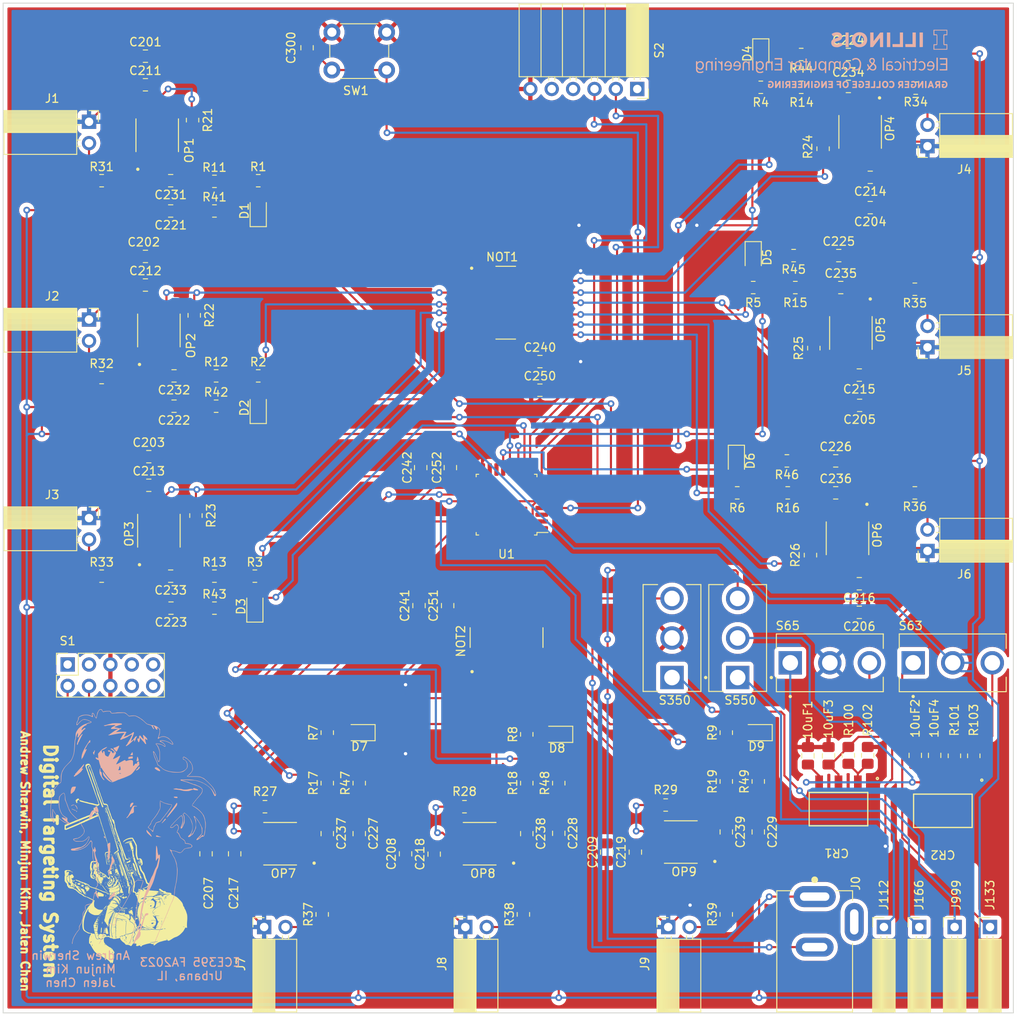
<source format=kicad_pcb>
(kicad_pcb (version 20211014) (generator pcbnew)
  (layers (0 "F.Cu" signal) (31 "B.Cu" signal) (34 "B.Paste" user) (35 "F.Paste" user) (36 "B.SilkS" user "B.Silkscreen") (37 "F.SilkS" user "F.Silkscreen") (38 "B.Mask" user) (39 "F.Mask" user) (44 "Edge.Cuts" user))
  (net 0 "")
  (net 1 "+12V")
  (net 2 "GND")
  (net 3 "6.6V")
  (net 4 "+3V3")
  (net 5 "Net-(C300-Pad1)")
  (net 6 "Net-(CR2-Pad1)")
  (net 7 "Net-(D1-Pad1)")
  (net 8 "Net-(D1-Pad2)")
  (net 9 "Net-(D2-Pad1)")
  (net 10 "Net-(D2-Pad2)")
  (net 11 "Net-(D3-Pad1)")
  (net 12 "Net-(D3-Pad2)")
  (net 13 "Net-(D4-Pad1)")
  (net 14 "Net-(D4-Pad2)")
  (net 15 "Net-(D5-Pad1)")
  (net 16 "Net-(D5-Pad2)")
  (net 17 "Net-(D6-Pad1)")
  (net 18 "Net-(D6-Pad2)")
  (net 19 "Net-(D7-Pad1)")
  (net 20 "Net-(D7-Pad2)")
  (net 21 "Net-(D8-Pad1)")
  (net 22 "Net-(D8-Pad2)")
  (net 23 "Net-(D9-Pad1)")
  (net 24 "Net-(D9-Pad2)")
  (net 26 "Net-(J1-Pad2)")
  (net 27 "Net-(J2-Pad2)")
  (net 28 "Net-(J3-Pad2)")
  (net 29 "Net-(J4-Pad2)")
  (net 30 "Net-(J5-Pad2)")
  (net 31 "Net-(J6-Pad2)")
  (net 32 "Net-(J7-Pad2)")
  (net 33 "Net-(J8-Pad2)")
  (net 34 "Net-(J9-Pad2)")
  (net 35 "Net-(NOT1-Pad1)")
  (net 36 "Net-(NOT1-Pad2)")
  (net 37 "Net-(NOT1-Pad3)")
  (net 38 "Net-(NOT1-Pad4)")
  (net 39 "Net-(NOT1-Pad5)")
  (net 40 "Net-(NOT1-Pad6)")
  (net 41 "Net-(NOT1-Pad8)")
  (net 42 "Net-(NOT1-Pad9)")
  (net 43 "Net-(NOT1-Pad10)")
  (net 44 "Net-(NOT1-Pad11)")
  (net 45 "Net-(NOT1-Pad12)")
  (net 46 "Net-(NOT1-Pad13)")
  (net 47 "Net-(NOT2-Pad1)")
  (net 48 "Net-(NOT2-Pad2)")
  (net 49 "Net-(NOT2-Pad3)")
  (net 50 "Net-(NOT2-Pad4)")
  (net 51 "Net-(NOT2-Pad5)")
  (net 52 "Net-(NOT2-Pad6)")
  (net 59 "Net-(OP1-Pad2)")
  (net 60 "Net-(OP2-Pad2)")
  (net 61 "Net-(OP3-Pad2)")
  (net 62 "Net-(OP4-Pad2)")
  (net 63 "Net-(OP5-Pad2)")
  (net 64 "Net-(OP6-Pad2)")
  (net 65 "Net-(OP7-Pad2)")
  (net 66 "Net-(OP8-Pad2)")
  (net 67 "Net-(OP9-Pad2)")
  (net 69 "Net-(S1-Pad2)")
  (net 71 "Net-(S1-Pad4)")
  (net 77 "Net-(S2-Pad2)")
  (net 78 "Net-(S2-Pad3)")
  (net 111 "Net-(CR1-Pad1)")
  (net 112 "Net-(10uF3-Pad1)")
  (net 113 "Net-(10uF4-Pad1)")
  (net 114 "Net-(J0-Pad1)")
  (net 115 "Net-(J0-Pad2)")
  (net 116 "Net-(J112-Pad1)")
  (net 117 "Net-(J133-Pad1)")
  (net 118 "Net-(J166-Pad1)")
  (net 119 "Net-(J999-Pad1)")
  (footprint "Capacitor_SMD:C_0805_2012Metric_Pad1.18x1.45mm_HandSolder" (layer "F.Cu") (at 150.3 103.6 180)
    (fp_text reference "C206")
    (fp_text value "10uF")
  )
  (footprint "Capacitor_SMD:C_0805_2012Metric_Pad1.18x1.45mm_HandSolder" (layer "F.Cu") (at 159.25 120.6 90)
    (fp_text reference "10uF4")
    (fp_text value "0.00001")
  )
  (footprint "Connector_PinSocket_2.54mm:PinSocket_1x06_P2.54mm_Horizontal" (layer "F.Cu") (at 123.925 41.4 -90)
    (fp_text reference "S2")
    (fp_text value "Conn_01x06")
  )
  (footprint "LED_SMD:LED_0805_2012Metric_Pad1.15x1.40mm_HandSolder" (layer "F.Cu") (at 135.7 85.6 -90)
    (fp_text reference "D6")
    (fp_text value "LED")
  )
  (footprint "Capacitor_SMD:C_0805_2012Metric_Pad1.18x1.45mm_HandSolder" (layer "F.Cu") (at 149 41.1)
    (fp_text reference "C234")
    (fp_text value "0.1uF")
  )
  (footprint "Capacitor_SMD:C_0805_2012Metric_Pad1.18x1.45mm_HandSolder" (layer "F.Cu") (at 68.9 75.5 180)
    (fp_text reference "C232")
    (fp_text value "0.1uF")
  )
  (footprint "Digital_Target:TLC271CDR" (layer "F.Cu") (at 129.1 130.9 180)
    (fp_text reference "OP9")
    (fp_text value "TLC271CDR")
  )
  (footprint "Digital_Target:TLC271CDR" (layer "F.Cu") (at 150.4 46.5 -90)
    (fp_text reference "OP4")
    (fp_text value "TLC271CDR")
  )
  (footprint "Digital_Target:SW_100SP1T1B4M2QE" (layer "F.Cu") (at 161.4 109.6 90)
    (fp_text reference "S63")
    (fp_text value "100SP1T1B4M2QE")
  )
  (footprint "Digital_Target:TLC271CDR" (layer "F.Cu") (at 148.9 94.8 -90)
    (fp_text reference "OP6")
    (fp_text value "TLC271CDR")
  )
  (footprint "Capacitor_SMD:C_0805_2012Metric_Pad1.18x1.45mm_HandSolder" (layer "F.Cu") (at 65.5 64.7)
    (fp_text reference "C212")
    (fp_text value "0.1uF")
  )
  (footprint "Capacitor_SMD:C_0805_2012Metric_Pad1.18x1.45mm_HandSolder" (layer "F.Cu") (at 144.2 120.65 90)
    (fp_text reference "10uF1")
    (fp_text value "0.00001")
  )
  (footprint "Capacitor_SMD:C_0805_2012Metric_Pad1.18x1.45mm_HandSolder" (layer "F.Cu") (at 148.1 65)
    (fp_text reference "C235")
    (fp_text value "0.1uF")
  )
  (footprint "Resistor_SMD:R_0805_2012Metric_Pad1.20x1.40mm_HandSolder" (layer "F.Cu") (at 138.6 41.2)
    (fp_text reference "R4")
    (fp_text value "380")
  )
  (footprint "Digital_Target:PJ_202AH" (layer "F.Cu") (at 145 143.8875 -90)
    (fp_text reference "J0")
    (fp_text value "PJ-202AH")
  )
  (footprint "Capacitor_SMD:C_0805_2012Metric_Pad1.18x1.45mm_HandSolder" (layer "F.Cu") (at 99.8 132.3375 90)
    (fp_text reference "C218")
    (fp_text value "0.1uF")
  )
  (footprint "Digital_Target:SN74LS04DR" (layer "F.Cu") (at 108.3 66.8)
    (fp_text reference "NOT1")
    (fp_text value "SN74LS04DR")
  )
  (footprint "Capacitor_SMD:C_0805_2012Metric_Pad1.18x1.45mm_HandSolder" (layer "F.Cu") (at 150.3375 79 180)
    (fp_text reference "C205")
    (fp_text value "10uF")
  )
  (footprint "Resistor_SMD:R_0805_2012Metric_Pad1.20x1.40mm_HandSolder" (layer "F.Cu") (at 71.3 68.3 90)
    (fp_text reference "R22")
    (fp_text value "100000")
  )
  (footprint "Resistor_SMD:R_0805_2012Metric_Pad1.20x1.40mm_HandSolder" (layer "F.Cu") (at 156.9 65.2 180)
    (fp_text reference "R35")
    (fp_text value "50")
  )
  (footprint "Resistor_SMD:R_0805_2012Metric_Pad1.20x1.40mm_HandSolder" (layer "F.Cu") (at 127.3 126.5 180)
    (fp_text reference "R29")
    (fp_text value "100000")
  )
  (footprint "Resistor_SMD:R_0805_2012Metric_Pad1.20x1.40mm_HandSolder" (layer "F.Cu") (at 73.7 52.38)
    (fp_text reference "R11")
    (fp_text value "20000")
  )
  (footprint "Capacitor_SMD:C_0805_2012Metric_Pad1.18x1.45mm_HandSolder" (layer "F.Cu") (at 150.3 75.4 180)
    (fp_text reference "C215")
    (fp_text value "0.1uF")
  )
  (footprint "Capacitor_SMD:C_0805_2012Metric_Pad1.18x1.45mm_HandSolder" (layer "F.Cu") (at 151.6 55.5 180)
    (fp_text reference "C204")
    (fp_text value "10uF")
  )
  (footprint "Resistor_SMD:R_0805_2012Metric_Pad1.20x1.40mm_HandSolder" (layer "F.Cu") (at 60.3 99.3)
    (fp_text reference "R33")
    (fp_text value "50")
  )
  (footprint "Capacitor_SMD:C_0805_2012Metric_Pad1.18x1.45mm_HandSolder" (layer "F.Cu") (at 98 102.8 90)
    (fp_text reference "C241")
    (fp_text value "10uF")
  )
  (footprint "Resistor_SMD:R_0805_2012Metric_Pad1.20x1.40mm_HandSolder" (layer "F.Cu") (at 71.1 45.1 90)
    (fp_text reference "R21")
    (fp_text value "100000")
  )
  (footprint "Resistor_SMD:R_0805_2012Metric_Pad1.20x1.40mm_HandSolder" (layer "F.Cu") (at 146 48.5 -90)
    (fp_text reference "R24")
    (fp_text value "100000")
  )
  (footprint "Resistor_SMD:R_0805_2012Metric_Pad1.20x1.40mm_HandSolder" (layer "F.Cu") (at 137.7 65)
    (fp_text reference "R5")
    (fp_text value "380")
  )
  (footprint "Resistor_SMD:R_0805_2012Metric_Pad1.20x1.40mm_HandSolder" (layer "F.Cu") (at 144.9 72.2 -90)
    (fp_text reference "R25")
    (fp_text value "100000")
  )
  (footprint "Capacitor_SMD:C_0805_2012Metric_Pad1.18x1.45mm_HandSolder" (layer "F.Cu") (at 65.9 85.1)
    (fp_text reference "C203")
    (fp_text value "10uF")
  )
  (footprint "Digital_Target:FoxGirl66" (layer "F.Cu") (at 63.2 133.4 -90)
    (fp_text reference "")
    (fp_text value "LOGO" hide)
  )
  (footprint "Resistor_SMD:R_0805_2012Metric_Pad1.20x1.40mm_HandSolder" (layer "F.Cu") (at 73.7 99.3)
    (fp_text reference "R13")
    (fp_text value "20000")
  )
  (footprint "Digital_Target:TLC271CDR" (layer "F.Cu") (at 105.2 131.1 180)
    (fp_text reference "OP8")
    (fp_text value "TLC271CDR")
  )
  (footprint "Capacitor_SMD:C_0805_2012Metric_Pad1.18x1.45mm_HandSolder" (layer "F.Cu") (at 147.8625 61.2)
    (fp_text reference "C225")
    (fp_text value "10uF")
  )
  (footprint "Capacitor_SMD:C_0805_2012Metric_Pad1.18x1.45mm_HandSolder" (layer "F.Cu") (at 151.6 51.9 180)
    (fp_text reference "C214")
    (fp_text value "0.1uF")
  )
  (footprint "Capacitor_SMD:C_0805_2012Metric_Pad1.18x1.45mm_HandSolder" (layer "F.Cu") (at 68.5 99.3 180)
    (fp_text reference "C233")
    (fp_text value "0.1uF")
  )
  (footprint "Resistor_SMD:R_0805_2012Metric_Pad1.20x1.40mm_HandSolder" (layer "F.Cu") (at 161.6 120.65 90)
    (fp_text reference "R101")
    (fp_text value "120")
  )
  (footprint "Capacitor_SMD:C_0805_2012Metric_Pad1.18x1.45mm_HandSolder" (layer "F.Cu") (at 76.1 132.3 90)
    (fp_text reference "C217")
    (fp_text value "0.1uF")
  )
  (footprint "Capacitor_SMD:C_0805_2012Metric_Pad1.18x1.45mm_HandSolder" (layer "F.Cu") (at 96.4 132.3 90)
    (fp_text reference "C208")
    (fp_text value "10uF")
  )
  (footprint "Capacitor_SMD:C_0805_2012Metric_Pad1.18x1.45mm_HandSolder" (layer "F.Cu") (at 65.5 40.9)
    (fp_text reference "C211")
    (fp_text value "0.1uF")
  )
  (footprint "Resistor_SMD:R_0805_2012Metric_Pad1.20x1.40mm_HandSolder" (layer "F.Cu") (at 134.5 117.9 90)
    (fp_text reference "R9")
    (fp_text value "380")
  )
  (footprint "Capacitor_SMD:C_0805_2012Metric_Pad1.18x1.45mm_HandSolder" (layer "F.Cu") (at 149 37.3)
    (fp_text reference "C224")
    (fp_text value "10uF")
  )
  (footprint "Resistor_SMD:R_0805_2012Metric_Pad1.20x1.40mm_HandSolder" (layer "F.Cu") (at 138.3 123.7 90)
    (fp_text reference "R49")
    (fp_text value "330")
  )
  (footprint "Capacitor_SMD:C_0805_2012Metric_Pad1.18x1.45mm_HandSolder" (layer "F.Cu") (at 65.5 61.3)
    (fp_text reference "C202")
    (fp_text value "10uF")
  )
  (footprint "Connector_PinSocket_2.54mm:PinSocket_1x02_P2.54mm_Horizontal" (layer "F.Cu") (at 58.8 45.3)
    (fp_text reference "J1")
    (fp_text value "Conn_01x02")
  )
  (footprint "Connector_PinSocket_2.54mm:PinSocket_1x02_P2.54mm_Horizontal" (layer "F.Cu") (at 79.6 141 90)
    (fp_text reference "J7")
    (fp_text value "Conn_01x02")
  )
  (footprint "Digital_Target:SW_100SP1T1B4M2QE" (layer "F.Cu") (at 135.8525 106.65 180)
    (fp_text reference "S550")
    (fp_text value "100SP1T1B4M2QE")
  )
  (footprint "Capacitor_SMD:C_0805_2012Metric_Pad1.18x1.45mm_HandSolder" (layer "F.Cu") (at 147.5 89.4)
    (fp_text reference "C236")
    (fp_text value "0.1uF")
  )
  (footprint "Digital_Target:LD1117SC_R" (layer "F.Cu") (at 160.2285 127.1873 180)
    (fp_text reference "CR2")
    (fp_text value "LD1117SC-R")
  )
  (footprint "Capacitor_SMD:C_0805_2012Metric_Pad1.18x1.45mm_HandSolder" (layer "F.Cu") (at 72.7 132.3 90)
    (fp_text reference "C207")
    (fp_text value "10uF")
  )
  (footprint "Resistor_SMD:R_0805_2012Metric_Pad1.20x1.40mm_HandSolder" (layer "F.Cu") (at 73.9 79.1)
    (fp_text reference "R42")
    (fp_text value "330")
  )
  (footprint "Resistor_SMD:R_0805_2012Metric_Pad1.20x1.40mm_HandSolder" (layer "F.Cu") (at 110.8 123.9 90)
    (fp_text reference "R18")
    (fp_text value "20000")
  )
  (footprint "Connector_PinSocket_2.54mm:PinSocket_1x02_P2.54mm_Horizontal" (layer "F.Cu") (at 158.4 48.2 180)
    (fp_text reference "J4")
    (fp_text value "Conn_01x02")
  )
  (footprint "Capacitor_SMD:C_0805_2012Metric_Pad1.18x1.45mm_HandSolder" (layer "F.Cu") (at 84.7 36.5 90)
    (fp_text reference "C300")
    (fp_text value "C")
  )
  (footprint "Resistor_SMD:R_0805_2012Metric_Pad1.20x1.40mm_HandSolder" (layer "F.Cu") (at 79.7 126.7 180)
    (fp_text reference "R27")
    (fp_text value "100000")
  )
  (footprint "LED_SMD:LED_0805_2012Metric_Pad1.15x1.40mm_HandSolder" (layer "F.Cu") (at 137.7 61.4 -90)
    (fp_text reference "D5")
    (fp_text value "LED")
  )
  (footprint "Capacitor_SMD:C_0805_2012Metric_Pad1.18x1.45mm_HandSolder" (layer "F.Cu") (at 68.5375 103.1 180)
    (fp_text reference "C223")
    (fp_text value "10uF")
  )
  (footprint "Digital_Target:SN74LS04DR" (layer "F.Cu") (at 108.4 106.6 90)
    (fp_text reference "NOT2")
    (fp_text value "SN74LS04DR")
  )
  (footprint "Capacitor_SMD:C_0805_2012Metric_Pad1.18x1.45mm_HandSolder" (layer "F.Cu") (at 150.3 100.2 180)
    (fp_text reference "C216")
    (fp_text value "0.1uF")
  )
  (footprint "Connector_PinSocket_2.54mm:PinSocket_1x02_P2.54mm_Horizontal" (layer "F.Cu") (at 158.4 72.1 180)
    (fp_text reference "J5")
    (fp_text value "Conn_01x02")
  )
  (footprint "Resistor_SMD:R_0805_2012Metric_Pad1.20x1.40mm_HandSolder" (layer "F.Cu") (at 135.8 89.4)
    (fp_text reference "R6")
    (fp_text value "380")
  )
  (footprint "Capacitor_SMD:C_0805_2012Metric_Pad1.18x1.45mm_HandSolder" (layer "F.Cu") (at 65.9 88.5)
    (fp_text reference "C213")
    (fp_text value "0.1uF")
  )
  (footprint "Capacitor_SMD:C_0805_2012Metric_Pad1.18x1.45mm_HandSolder" (layer "F.Cu") (at 147.5 85.6)
    (fp_text reference "C226")
    (fp_text value "10uF")
  )
  (footprint "Capacitor_SMD:C_0805_2012Metric_Pad1.18x1.45mm_HandSolder" (layer "F.Cu") (at 68.5 55.9 180)
    (fp_text reference "C221")
    (fp_text value "10uF")
  )
  (footprint "Resistor_SMD:R_0805_2012Metric_Pad1.20x1.40mm_HandSolder" (layer "F.Cu") (at 141.7 85.6 180)
    (fp_text reference "R46")
    (fp_text value "330")
  )
  (footprint "Connector_PinSocket_2.54mm:PinSocket_2x05_P2.54mm_Vertical" (layer "F.Cu") (at 56.26 109.8 90)
    (fp_text reference "S1")
    (fp_text value "Conn_02x05_Odd_Even")
  )
  (footprint "Digital_Target:SW_100SP1T1B4M2QE" (layer "F.Cu") (at 146.8 109.6 90)
    (fp_text reference "S65")
    (fp_text value "100SP1T1B4M2QE")
  )
  (footprint "Resistor_SMD:R_0805_2012Metric_Pad1.20x1.40mm_HandSolder" (layer "F.Cu") (at 87.1 117.9 90)
    (fp_text reference "R7")
    (fp_text value "380")
  )
  (footprint "LED_SMD:LED_0805_2012Metric_Pad1.15x1.40mm_HandSolder" (layer "F.Cu") (at 138.6 37.3 -90)
    (fp_text reference "D4")
    (fp_text value "LED")
  )
  (footprint "Connector_PinSocket_2.54mm:PinSocket_1x02_P2.54mm_Horizontal" (layer "F.Cu") (at 127.6 141 90)
    (fp_text reference "J9")
    (fp_text value "Conn_01x02")
  )
  (footprint "Digital_Target:TLC271CDR" (layer "F.Cu") (at 81.5 131.1 180)
    (fp_text reference "OP7")
    (fp_text value "TLC271CDR")
  )
  (footprint "Resistor_SMD:R_0805_2012Metric_Pad1.20x1.40mm_HandSolder" (layer "F.Cu") (at 73.7 103.1)
    (fp_text reference "R43")
    (fp_text value "330")
  )
  (footprint "Resistor_SMD:R_0805_2012Metric_Pad1.20x1.40mm_HandSolder" (layer "F.Cu") (at 143.4 41.2)
    (fp_text reference "R14")
    (fp_text value "20000")
  )
  (footprint "LED_SMD:LED_0805_2012Metric_Pad1.15x1.40mm_HandSolder" (layer "F.Cu") (at 90.925 117.9 180)
    (fp_text reference "D7")
    (fp_text value "LED")
  )
  (footprint "Resistor_SMD:R_0805_2012Metric_Pad1.20x1.40mm_HandSolder" (layer "F.Cu") (at 60.3 52.3)
    (fp_text reference "R31")
    (fp_text value "50")
  )
  (footprint "Resistor_SMD:R_0805_2012Metric_Pad1.20x1.40mm_HandSolder" (layer "F.Cu") (at 114.6 123.9 90)
    (fp_text reference "R48")
    (fp_text value "330")
  )
  (footprint "Package_QFP:LQFP-32_7x7mm_P0.8mm" (layer "F.Cu") (at 108.4 90.8 180)
    (fp_text reference "U1")
    (fp_text value "STM32L031K6Tx")
  )
  (footprint "Capacitor_SMD:C_0805_2012Metric_Pad1.18x1.45mm_HandSolder" (layer "F.Cu") (at 138.3 129.7 -90)
    (fp_text reference "C229")
    (fp_text value "10uF")
  )
  (footprint "Capacitor_SMD:C_0805_2012Metric_Pad1.18x1.45mm_HandSolder" (layer "F.Cu") (at 112.3625 77.2)
    (fp_text reference "C250")
    (fp_text value "0.1uF")
  )
  (footprint "Capacitor_SMD:C_0805_2012Metric_Pad1.18x1.45mm_HandSolder" (layer "F.Cu") (at 123.7 132.1 90)
    (fp_text reference "C219")
    (fp_text value "0.1uF")
  )
  (footprint "Digital_Target:SW_100SP1T1B4M2QE" (layer "F.Cu") (at 128.0525 106.65 180)
    (fp_text reference "S350")
    (fp_text value "100SP1T1B4M2QE")
  )
  (footprint "Resistor_SMD:R_0805_2012Metric_Pad1.20x1.40mm_HandSolder" (layer "F.Cu") (at 134.5 139.5 90)
    (fp_text reference "R39")
    (fp_text value "50")
  )
  (footprint "Resistor_SMD:R_0805_2012Metric_Pad1.20x1.40mm_HandSolder" (layer "F.Cu") (at 141.8 89.4)
    (fp_text reference "R16")
    (fp_text value "20000")
  )
  (footprint "Capacitor_SMD:C_0805_2012Metric_Pad1.18x1.45mm_HandSolder" (layer "F.Cu") (at 65.5 37.5)
    (fp_text reference "C201")
    (fp_text value "10uF")
  )
  (footprint "Capacitor_SMD:C_0805_2012Metric_Pad1.18x1.45mm_HandSolder" (layer "F.Cu") (at 98.2 86.4 -90)
    (fp_text reference "C242")
    (fp_text value "10uF")
  )
  (footprint "Capacitor_SMD:C_0805_2012Metric_Pad1.18x1.45mm_HandSolder" (layer "F.Cu") (at 87.1 129.9 -90)
    (fp_text reference "C237")
    (fp_text value "0.1uF")
  )
  (footprint "LED_SMD:LED_0805_2012Metric_Pad1.15x1.40mm_HandSolder" (layer "F.Cu") (at 138.1 117.9 180)
    (fp_text reference "D9")
    (fp_text value "LED")
  )
  (footprint "Resistor_SMD:R_0805_2012Metric_Pad1.20x1.40mm_HandSolder" (layer "F.Cu") (at 73.9 75.5)
    (fp_text reference "R12")
    (fp_text value "20000")
  )
  (footprint "Connector_PinSocket_2.54mm:PinSocket_1x01_P2.54mm_Horizontal" (layer "F.Cu") (at 157.425 141 90)
    (fp_text reference "J166")
    (fp_text value "Conn_01x01")
  )
  (footprint "Resistor_SMD:R_0805_2012Metric_Pad1.20x1.40mm_HandSolder" (layer "F.Cu") (at 78.9 75.5)
    (fp_text reference "R2")
    (fp_text value "380")
  )
  (footprint "Connector_PinSocket_2.54mm:PinSocket_1x02_P2.54mm_Horizontal" (layer "F.Cu") (at 158.4 96.3 180)
    (fp_text reference "J6")
    (fp_text value "Conn_01x02")
  )
  (footprint "Capacitor_SMD:C_0805_2012Metric_Pad1.18x1.45mm_HandSolder" (layer "F.Cu") (at 156.95 120.6 90)
    (fp_text reference "10uF2")
    (fp_text value "0.00001")
  )
  (footprint "Resistor_SMD:R_0805_2012Metric_Pad1.20x1.40mm_HandSolder" (layer "F.Cu") (at 71.5 92.1 90)
    (fp_text reference "R23")
    (fp_text value "100000")
  )
  (footprint "Resistor_SMD:R_0805_2012Metric_Pad1.20x1.40mm_HandSolder" (layer "F.Cu") (at 78.9 52.3)
    (fp_text reference "R1")
    (fp_text value "380")
  )
  (footprint "Resistor_SMD:R_0805_2012Metric_Pad1.20x1.40mm_HandSolder" (layer "F.Cu") (at 87.1 123.9 90)
    (fp_text reference "R17")
    (fp_text value "20000")
  )
  (footprint "Resistor_SMD:R_0805_2012Metric_Pad1.20x1.40mm_HandSolder" (layer "F.Cu") (at 73.7 55.9)
    (fp_text reference "R41")
    (fp_text value "330")
  )
  (footprint "Connector_PinSocket_2.54mm:PinSocket_1x02_P2.54mm_Horizontal" (layer "F.Cu") (at 103.5 141 90)
    (fp_text reference "J8")
    (fp_text value "Conn_01x02")
  )
  (footprint "LED_SMD:LED_0805_2012Metric_Pad1.15x1.40mm_HandSolder" (layer "F.Cu") (at 78.9 79.3 90)
    (fp_text reference "D2")
    (fp_text value "LED")
  )
  (footprint "Capacitor_SMD:C_0805_2012Metric_Pad1.18x1.45mm_HandSolder" (layer "F.Cu") (at 110.8 129.9 -90)
    (fp_text reference "C238")
    (fp_text value "0.1uF")
  )
  (footprint "Capacitor_SMD:C_0805_2012Metric_Pad1.18x1.45mm_HandSolder" (layer "F.Cu") (at 101.4 102.8 90)
    (fp_text reference "C251")
    (fp_text value "0.1uF")
  )
  (footprint "Resistor_SMD:R_0805_2012Metric_Pad1.20x1.40mm_HandSolder" (layer "F.Cu") (at 78.5 99.3)
    (fp_text reference "R3")
    (fp_text value "380")
  )
  (footprint "Button_Switch_THT:SW_PUSH_6mm_H4.3mm" (layer "F.Cu") (at 87.65 34.65)
    (fp_text reference "SW1")
    (fp_text value "SW_Push")
  )
  (footprint "Capacitor_SMD:C_0805_2012Metric_Pad1.18x1.45mm_HandSolder" (layer "F.Cu") (at 68.9 79.1 180)
    (fp_text reference "C222")
    (fp_text value "10uF")
  )
  (footprint "Capacitor_SMD:C_0805_2012Metric_Pad1.18x1.45mm_HandSolder" (layer "F.Cu") (at 146.65 120.65 90)
    (fp_text reference "10uF3")
    (fp_text value "0.00001")
  )
  (footprint "Resistor_SMD:R_0805_2012Metric_Pad1.20x1.40mm_HandSolder" (layer "F.Cu") (at 90.9 123.9 90)
    (fp_text reference "R47")
    (fp_text value "330")
  )
  (footprint "Resistor_SMD:R_0805_2012Metric_Pad1.20x1.40mm_HandSolder" (layer "F.Cu") (at 143.4 37.3 180)
    (fp_text reference "R44")
    (fp_text value "330")
  )
  (footprint "Digital_Target:TLC271CDR" (layer "F.Cu") (at 67.1 70.1 90)
    (fp_text reference "OP2")
    (fp_text value "TLC271CDR")
  )
  (footprint "Resistor_SMD:R_0805_2012Metric_Pad1.20x1.40mm_HandSolder" (layer "F.Cu") (at 60.3 75.7)
    (fp_text reference "R32")
    (fp_text value "50")
  )
  (footprint "Digital_Target:LD1117SC_R" (layer "F.Cu") (at 147.8285 126.9873 180)
    (fp_text reference "CR1")
    (fp_text value "LD1117SC-R")
  )
  (footprint "Capacitor_SMD:C_0805_2012Metric_Pad1.18x1.45mm_HandSolder" (layer "F.Cu") (at 134.5 129.7 -90)
    (fp_text reference "C239")
    (fp_text value "0.1uF")
  )
  (footprint "Resistor_SMD:R_0805_2012Metric_Pad1.20x1.40mm_HandSolder" (layer "F.Cu") (at 86.5 139.5 90)
    (fp_text reference "R37")
    (fp_text value "50")
  )
  (footprint "Capacitor_SMD:C_0805_2012Metric_Pad1.18x1.45mm_HandSolder" (layer "F.Cu") (at 120.3 132.1 90)
    (fp_text reference "C209")
    (fp_text value "10uF")
  )
  (footprint "Capacitor_SMD:C_0805_2012Metric_Pad1.18x1.45mm_HandSolder" (layer "F.Cu") (at 114.6 129.8625 -90)
    (fp_text reference "C228")
    (fp_text value "10uF")
  )
  (footprint "Resistor_SMD:R_0805_2012Metric_Pad1.20x1.40mm_HandSolder" (layer "F.Cu") (at 134.5 123.7 90)
    (fp_text reference "R19")
    (fp_text value "20000")
  )
  (footprint "Capacitor_SMD:C_0805_2012Metric_Pad1.18x1.45mm_HandSolder" (layer "F.Cu") (at 101.725 86.4 -90)
    (fp_text reference "C252")
    (fp_text value "0.1uF")
  )
  (footprint "Capacitor_SMD:C_0805_2012Metric_Pad1.18x1.45mm_HandSolder" (layer "F.Cu") (at 90.9 129.9 -90)
    (fp_text reference "C227")
    (fp_text value "10uF")
  )
  (footprint "Resistor_SMD:R_0805_2012Metric_Pad1.20x1.40mm_HandSolder" (layer "F.Cu") (at 110.8 118.1 90)
    (fp_text reference "R8")
    (fp_text value "380")
  )
  (footprint "Resistor_SMD:R_0805_2012Metric_Pad1.20x1.40mm_HandSolder" (layer "F.Cu") (at 142.7 65)
    (fp_text reference "R15")
    (fp_text value "20000")
  )
  (footprint "LED_SMD:LED_0805_2012Metric_Pad1.15x1.40mm_HandSolder" (layer "F.Cu") (at 114.4 118.1 180)
    (fp_text reference "D8")
    (fp_text value "LED")
  )
  (footprint "Resistor_SMD:R_0805_2012Metric_Pad1.20x1.40mm_HandSolder" (layer "F.Cu") (at 149 120.6 90)
    (fp_text reference "R100")
    (fp_text value "120")
  )
  (footprint "LED_SMD:LED_0805_2012Metric_Pad1.15x1.40mm_HandSolder" (layer "F.Cu") (at 78.5 102.9 90)
    (fp_text reference "D3")
    (fp_text value "LED")
  )
  (footprint "Digital_Target:TLC271CDR" (layer "F.Cu") (at 66.9 46.9 90)
    (fp_text reference "OP1")
    (fp_text value "TLC271CDR")
  )
  (footprint "Connector_PinSocket_2.54mm:PinSocket_1x02_P2.54mm_Horizontal" (layer "F.Cu") (at 58.8 92.4)
    (fp_text reference "J3")
    (fp_text value "Conn_01x02")
  )
  (footprint "Resistor_SMD:R_0805_2012Metric_Pad1.20x1.40mm_HandSolder" (layer "F.Cu") (at 156.9 89.4 180)
    (fp_text reference "R36")
    (fp_text value "50")
  )
  (footprint "Capacitor_SMD:C_0805_2012Metric_Pad1.18x1.45mm_HandSolder" (layer "F.Cu") (at 68.5 52.3 180)
    (fp_text reference "C231")
    (fp_text value "0.1uF")
  )
  (footprint "Resistor_SMD:R_0805_2012Metric_Pad1.20x1.40mm_HandSolder" (layer "F.Cu") (at 103.4 126.7 180)
    (fp_text reference "R28")
    (fp_text value "100000")
  )
  (footprint "Resistor_SMD:R_0805_2012Metric_Pad1.20x1.40mm_HandSolder" (layer "F.Cu") (at 144.5 96.8 -90)
    (fp_text reference "R26")
    (fp_text value "100000")
  )
  (footprint "Connector_PinSocket_2.54mm:PinSocket_1x01_P2.54mm_Horizontal" (layer "F.Cu") (at 153.225 141 90)
    (fp_text reference "J112")
    (fp_text value "Conn_01x01")
  )
  (footprint "Connector_PinSocket_2.54mm:PinSocket_1x02_P2.54mm_Horizontal" (layer "F.Cu") (at 58.8 68.8)
    (fp_text reference "J2")
    (fp_text value "Conn_01x02")
  )
  (footprint "Capacitor_SMD:C_0805_2012Metric_Pad1.18x1.45mm_HandSolder" (layer "F.Cu") (at 112.3625 73.8)
    (fp_text reference "C240")
    (fp_text value "10uF")
  )
  (footprint "Digital_Target:TLC271CDR" (layer "F.Cu") (at 149.3 70.4 -90)
    (fp_text reference "OP5")
    (fp_text value "TLC271CDR")
  )
  (footprint "Resistor_SMD:R_0805_2012Metric_Pad1.20x1.40mm_HandSolder" (layer "F.Cu") (at 110.4 139.5 90)
    (fp_text reference "R38")
    (fp_text value "50")
  )
  (footprint "Resistor_SMD:R_0805_2012Metric_Pad1.20x1.40mm_HandSolder" (layer "F.Cu") (at 142.5 61.2 180)
    (fp_text reference "R45")
    (fp_text value "330")
  )
  (footprint "LED_SMD:LED_0805_2012Metric_Pad1.15x1.40mm_HandSolder" (layer "F.Cu") (at 78.9 55.9 90)
    (fp_text reference "D1")
    (fp_text value "LED")
  )
  (footprint "Resistor_SMD:R_0805_2012Metric_Pad1.20x1.40mm_HandSolder" (layer "F.Cu") (at 163.9 120.65 90)
    (fp_text reference "R103")
    (fp_text value "?")
  )
  (footprint "Resistor_SMD:R_0805_2012Metric_Pad1.20x1.40mm_HandSolder" (layer "F.Cu") (at 151.3 120.6 90)
    (fp_text reference "R102")
    (fp_text value "?")
  )
  (footprint "Connector_PinSocket_2.54mm:PinSocket_1x01_P2.54mm_Horizontal" (layer "F.Cu") (at 165.825 141 90)
    (fp_text reference "J133")
    (fp_text value "Conn_01x01")
  )
  (footprint "Resistor_SMD:R_0805_2012Metric_Pad1.20x1.40mm_HandSolder" (layer "F.Cu") (at 157 41.3 180)
    (fp_text reference "R34")
    (fp_text value "50")
  )
  (footprint "Connector_PinSocket_2.54mm:PinSocket_1x01_P2.54mm_Horizontal" (layer "F.Cu") (at 161.625 141 90)
    (fp_text reference "J999")
    (fp_text value "Conn_01x01")
  )
  (footprint "Digital_Target:TLC271CDR" (layer "F.Cu") (at 67.1 93.9 90)
    (fp_text reference "OP3")
    (fp_text value "TLC271CDR")
  )
  (footprint "Digital_Target:AsukaNegative28mm" (layer "B.Cu") (at 64 129 180)
    (fp_text reference "")
    (fp_text value "LOGO" hide)
  )
  (footprint "Digital_Target:IllinoisECENegative31mm" (layer "B.Cu") (at 145.8 37.8 180)
    (fp_text reference "")
    (fp_text value "LOGO" hide)
  )
  (gr_line (start 48.6 31.2) (end 48.6 151.2) (layer "Edge.Cuts") (width 0.1))
  (gr_line (start 48.6 31.2) (end 168.6 31.2) (layer "Edge.Cuts") (width 0.1))
  (gr_line (start 48.6 151.2) (end 168.6 151.2) (layer "Edge.Cuts") (width 0.1))
  (gr_line (start 168.6 151.2) (end 168.6 31.2) (layer "Edge.Cuts") (width 0.1))
  (gr_text "Andrew Sherwin\nMinjun Kim\nJalen Chen" (at 57.8 146) (layer "B.SilkS") (effects (font (size 1 1)) (justify mirror)))
  (gr_text "ECE395 FA2023\nUrbana, IL" (at 70.8 146) (layer "B.SilkS") (effects (font (size 1 1)) (justify mirror)))
  (gr_text "Andrew Sherwin, Minjun Kim, Jalen Chen" (at 51.2 133.2 270) (layer "F.SilkS") (effects (font (size 1 1) (thickness 0.25))))
  (gr_text "Digital Targeting System" (at 54.2 133.2 270) (layer "F.SilkS") (effects (font (size 1.5 1.5) (thickness 0.375))))
  (segment (start 145.5285 123.016) (end 144.2 121.6875) (width 0.25) (layer "F.Cu") (net 1))
  (segment (start 158.1 123.9996) (end 158.1 122.7875) (width 0.25) (layer "F.Cu") (net 1))
  (segment (start 158.1 122.7875) (end 156.95 121.6375) (width 0.25) (layer "F.Cu") (net 1))
  (segment (start 145.5285 123.9869) (end 145.5285 123.016) (width 0.25) (layer "F.Cu") (net 1))
  (segment (start 156.6 123.8) (end 157.7416 123.8) (width 0.25) (layer "F.Cu") (net 1))
  (segment (start 144 123.8) (end 145.5154 123.8) (width 0.25) (layer "F.Cu") (net 1))
  (segment (start 145.5154 123.8) (end 145.5285 123.7869) (width 0.25) (layer "F.Cu") (net 1))
  (segment (start 157.7416 123.8) (end 157.9285 123.9869) (width 0.25) (layer "F.Cu") (net 1))
  (via (at 156.6 123.8) (size 0.8) (drill 0.4) (layers "F.Cu" "B.Cu") (net 1))
  (via (at 144 123.8) (size 0.8) (drill 0.4) (layers "F.Cu" "B.Cu") (net 1))
  (segment (start 150 116.6) (end 153.2 119.8) (width 0.25) (layer "B.Cu") (net 1))
  (segment (start 144.4 107.6) (end 144.4 114.2) (width 0.25) (layer "B.Cu") (net 1))
  (segment (start 144.4 114.2) (end 146.2 116) (width 0.25) (layer "B.Cu") (net 1))
  (segment (start 135.8525 106.65) (end 143.45 106.65) (width 0.25) (layer "B.Cu") (net 1))
  (segment (start 143.45 106.65) (end 144.4 107.6) (width 0.25) (layer "B.Cu") (net 1))
  (segment (start 156.6 123.8) (end 144 123.8) (width 0.25) (layer "B.Cu") (net 1))
  (segment (start 156.6 123.2) (end 156.6 123.8) (width 0.25) (layer "B.Cu") (net 1))
  (segment (start 153.2 119.8) (end 156.6 123.2) (width 0.25) (layer "B.Cu") (net 1))
  (segment (start 146.8 116.6) (end 150 116.6) (width 0.25) (layer "B.Cu") (net 1))
  (segment (start 146.2 116) (end 146.8 116.6) (width 0.25) (layer "B.Cu") (net 1))
  (segment (start 146.65 119.6125) (end 144.2 119.6125) (width 0.25) (layer "F.Cu") (net 2))
  (segment (start 156.95 119.5625) (end 159.25 119.5625) (width 0.25) (layer "F.Cu") (net 2))
  (segment (start 120.3 133.1375) (end 120.4 133.2375) (width 0.25) (layer "F.Cu") (net 2))
  (segment (start 154.2 123.4) (end 154.2 118.4) (width 0.25) (layer "F.Cu") (net 3))
  (segment (start 154.2 105) (end 158.4 100.8) (width 0.25) (layer "F.Cu") (net 3))
  (segment (start 130.2 138.4) (end 127.6 141) (width 0.25) (layer "F.Cu") (net 3))
  (segment (start 149.935 72.420663) (end 149.935 72.87) (width 0.25) (layer "F.Cu") (net 3))
  (segment (start 150.5625 55.5) (end 142.9 55.5) (width 0.25) (layer "F.Cu") (net 3))
  (segment (start 66.9375 89.8625) (end 66.9375 90.9575) (width 0.25) (layer "F.Cu") (net 3))
  (segment (start 150.03952 95.96048) (end 149.535 96.465) (width 0.25) (layer "F.Cu") (net 3))
  (segment (start 66.5375 37.5) (end 66.5375 40.9) (width 0.25) (layer "F.Cu") (net 3))
  (segment (start 140.8 57.6) (end 131 57.6) (width 0.25) (layer "F.Cu") (net 3))
  (segment (start 146.8 109.6) (end 149.6 106.8) (width 0.25) (layer "F.Cu") (net 3))
  (segment (start 157.86048 47.66048) (end 158.4 48.2) (width 0.25) (layer "F.Cu") (net 3))
  (segment (start 157.86048 71.56048) (end 158.4 72.1) (width 0.25) (layer "F.Cu") (net 3))
  (segment (start 77.4625 138.8625) (end 79.6 141) (width 0.25) (layer "F.Cu") (net 3))
  (segment (start 66.5375 44.1575) (end 66.265 44.43) (width 0.25) (layer "F.Cu") (net 3))
  (segment (start 66.5375 66.0625) (end 66.5375 67.5575) (width 0.25) (layer "F.Cu") (net 3))
  (segment (start 102.295 131.3) (end 102.73 131.735) (width 0.25) (layer "F.Cu") (net 3))
  (segment (start 110.785 63) (end 110.775 62.99) (width 0.25) (layer "F.Cu") (net 3))
  (segment (start 158.4 100.8) (end 158.4 96.3) (width 0.25) (layer "F.Cu") (net 3))
  (segment (start 120.3 131.0625) (end 123.7 131.0625) (width 0.25) (layer "F.Cu") (net 3))
  (segment (start 150.795183 71.56048) (end 157.86048 71.56048) (width 0.25) (layer "F.Cu") (net 3))
  (segment (start 125.1375 138.5375) (end 127.6 141) (width 0.25) (layer "F.Cu") (net 3))
  (segment (start 101.1 131.3) (end 101.1 138.6) (width 0.25) (layer "F.Cu") (net 3))
  (segment (start 98 101.7625) (end 101.4 101.7625) (width 0.25) (layer "F.Cu") (net 3))
  (segment (start 110.8 57.6) (end 110.8 62.965) (width 0.25) (layer "F.Cu") (net 3))
  (segment (start 151.73952 47.66048) (end 151.035 48.365) (width 0.25) (layer "F.Cu") (net 3))
  (segment (start 149.6 106.8) (end 154.2 106.8) (width 0.25) (layer "F.Cu") (net 3))
  (segment (start 96.4 110.8) (end 103.075 104.125) (width 0.25) (layer "F.Cu") (net 3))
  (segment (start 66.9375 85.1) (end 66.9375 88.5) (width 0.25) (layer "F.Cu") (net 3))
  (segment (start 96.4 112.2) (end 96.4 110.8) (width 0.25) (layer "F.Cu") (net 3))
  (segment (start 96.4 131.2625) (end 96.4 120.4) (width 0.25) (layer "F.Cu") (net 3))
  (segment (start 103.075 104.125) (end 104.59 104.125) (width 0.25) (layer "F.Cu") (net 3))
  (segment (start 61.5375 66.0625) (end 58.8 68.8) (width 0.25) (layer "F.Cu") (net 3))
  (segment (start 72.7 131.2625) (end 76.1 131.2625) (width 0.25) (layer "F.Cu") (net 3))
  (segment (start 150.795183 71.56048) (end 149.935 72.420663) (width 0.25) (layer "F.Cu") (net 3))
  (segment (start 99.7625 131.2625) (end 99.8 131.3) (width 0.25) (layer "F.Cu") (net 3))
  (segment (start 98 57.6) (end 110.8 57.6) (width 0.25) (layer "F.Cu") (net 3))
  (segment (start 61.3375 89.8625) (end 58.8 92.4) (width 0.25) (layer "F.Cu") (net 3))
  (segment (start 61.5625 42.5375) (end 58.8 45.3) (width 0.25) (layer "F.Cu") (net 3))
  (segment (start 76.1 131.2625) (end 77.4625 131.2625) (width 0.25) (layer "F.Cu") (net 3))
  (segment (start 150.5625 49.4425) (end 151.035 48.97) (width 0.25) (layer "F.Cu") (net 3))
  (segment (start 66.5375 66.0625) (end 61.5375 66.0625) (width 0.25) (layer "F.Cu") (net 3))
  (segment (start 117.2 63) (end 110.785 63) (width 0.25) (layer "F.Cu") (net 3))
  (segment (start 151.035 48.365) (end 151.035 48.97) (width 0.25) (layer "F.Cu") (net 3))
  (segment (start 126.1575 131.0625) (end 126.63 131.535) (width 0.25) (layer "F.Cu") (net 3))
  (segment (start 66.5375 67.5575) (end 66.465 67.63) (width 0.25) (layer "F.Cu") (net 3))
  (segment (start 125.1375 131.0625) (end 126.1575 131.0625) (width 0.25) (layer "F.Cu") (net 3))
  (segment (start 66.5375 42.5375) (end 66.5375 44.1575) (width 0.25) (layer "F.Cu") (net 3))
  (segment (start 101.4 101.7625) (end 102.2275 101.7625) (width 0.25) (layer "F.Cu") (net 3))
  (segment (start 66.9375 90.9575) (end 66.465 91.43) (width 0.25) (layer "F.Cu") (net 3))
  (segment (start 66.5375 64.7) (end 66.5375 66.0625) (width 0.25) (layer "F.Cu") (net 3))
  (segment (start 78.5575 131.2625) (end 79.03 131.735) (width 0.25) (layer "F.Cu") (net 3))
  (segment (start 150.5625 55.5) (end 150.5625 51.9) (width 0.25) (layer "F.Cu") (net 3))
  (segment (start 66.5375 61.3) (end 66.5375 64.7) (width 0.25) (layer "F.Cu") (net 3))
  (segment (start 153.4 124.2) (end 154.2 123.4) (width 0.25) (layer "F.Cu") (net 3))
  (segment (start 77.4625 131.2625) (end 78.5575 131.2625) (width 0.25) (layer "F.Cu") (net 3))
  (segment (start 117.2 73.8) (end 113.4 73.8) (width 0.25) (layer "F.Cu") (net 3))
  (segment (start 149.935 74.7275) (end 149.935 72.87) (width 0.25) (layer "F.Cu") (net 3))
  (segment (start 102.2275 101.7625) (end 104.59 104.125) (width 0.25) (layer "F.Cu") (net 3))
  (segment (start 66.5375 42.5375) (end 61.5625 42.5375) (width 0.25) (layer "F.Cu") (net 3))
  (segment (start 149.3 75.4375) (end 149.2625 75.4) (width 0.25) (layer "F.Cu") (net 3))
  (segment (start 149.2625 97.5425) (end 149.535 97.27) (width 0.25) (layer "F.Cu") (net 3))
  (segment (start 77.9 37.5) (end 98 57.6) (width 0.25) (layer "F.Cu") (net 3))
  (segment (start 101.1 131.3) (end 102.295 131.3) (width 0.25) (layer "F.Cu") (net 3))
  (segment (start 150.5625 51.9) (end 150.5625 49.4425) (width 0.25) (layer "F.Cu") (net 3))
  (segment (start 154.2 118.4) (end 154.2 106.8) (width 0.25) (layer "F.Cu") (net 3))
  (segment (start 149.2625 75.4) (end 149.935 74.7275) (width 0.25) (layer "F.Cu") (net 3))
  (segment (start 123.7 131.0625) (end 125.1375 131.0625) (width 0.25) (layer "F.Cu") (net 3))
  (segment (start 125.1375 131.0625) (end 125.1375 138.5375) (width 0.25) (layer "F.Cu") (net 3))
  (segment (start 150.03952 95.96048) (end 158.06048 95.96048) (width 0.25) (layer "F.Cu") (net 3))
  (segment (start 151.73952 47.66048) (end 157.86048 47.66048) (width 0.25) (layer "F.Cu") (net 3))
  (segment (start 154.2 106.8) (end 154.2 105) (width 0.25) (layer "F.Cu") (net 3))
  (segment (start 153.4 131.4) (end 153.4 124.2) (width 0.25) (layer "F.Cu") (net 3))
  (segment (start 149.535 96.465) (end 149.535 97.27) (width 0.25) (layer "F.Cu") (net 3))
  (segment (start 113.4 73.8) (end 113.4 77.2) (width 0.25) (layer "F.Cu") (net 3))
  (segment (start 110.8 57.6) (end 117 57.6) (width 0.25) (layer "F.Cu") (net 3))
  (segment (start 101.1 138.6) (end 103.5 141) (width 0.25) (layer "F.Cu") (net 3))
  (segment (start 66.9375 89.8625) (end 61.3375 89.8625) (width 0.25) (layer "F.Cu") (net 3))
  (segment (start 96.4 131.2625) (end 99.7625 131.2625) (width 0.25) (layer "F.Cu") (net 3))
  (segment (start 66.9375 88.5) (end 66.9375 89.8625) (width 0.25) (layer "F.Cu") (net 3))
  (segment (start 149.3 79) (end 149.3 75.4375) (width 0.25) (layer "F.Cu") (net 3))
  (segment (start 149.2625 100.2) (end 149.2625 97.5425) (width 0.25) (layer "F.Cu") (net 3))
  (segment (start 77.4625 131.2625) (end 77.4625 138.8625) (width 0.25) (layer "F.Cu") (net 3))
  (segment (start 110.8 62.965) (end 110.775 62.99) (width 0.25) (layer "F.Cu") (net 3))
  (segment (start 99.8 131.3) (end 101.1 131.3) (width 0.25) (layer "F.Cu") (net 3))
  (segment (start 149.2625 103.6) (end 149.2625 100.2) (width 0.25) (layer "F.Cu") (net 3))
  (segment (start 66.5375 37.5) (end 77.9 37.5) (width 0.25) (layer "F.Cu") (net 3))
  (segment (start 66.5375 40.9) (end 66.5375 42.5375) (width 0.25) (layer "F.Cu") (net 3))
  (segment (start 142.9 55.5) (end 140.8 57.6) (width 0.25) (layer "F.Cu") (net 3))
  (segment (start 158.06048 95.96048) (end 158.4 96.3) (width 0.25) (layer "F.Cu") (net 3))
  (via (at 96.4 112.2) (size 0.8) (drill 0.4) (layers "F.Cu" "B.Cu") (net 3))
  (via (at 117 57.6) (size 0.8) (drill 0.4) (layers "F.Cu" "B.Cu") (net 3))
  (via (at 131 57.6) (size 0.8) (drill 0.4) (layers "F.Cu" "B.Cu") (net 3))
  (via (at 117.2 73.8) (size 0.8) (drill 0.4) (layers "F.Cu" "B.Cu") (net 3))
  (via (at 153.4 131.4) (size 0.8) (drill 0.4) (layers "F.Cu" "B.Cu") (net 3))
  (via (at 96.4 120.4) (size 0.8) (drill 0.4) (layers "F.Cu" "B.Cu") (net 3))
  (via (at 117.2 63) (size 0.8) (drill 0.4) (layers "F.Cu" "B.Cu") (net 3))
  (via (at 130.2 138.4) (size 0.8) (drill 0.4) (layers "F.Cu" "B.Cu") (net 3))
  (segment (start 135.4 133.2) (end 130.2 138.4) (width 0.25) (layer "B.Cu") (net 3))
  (segment (start 96.4 120.4) (end 96.4 112.2) (width 0.25) (layer "B.Cu") (net 3))
  (segment (start 131 57.6) (end 125.6 63) (width 0.25) (layer "B.Cu") (net 3))
  (segment (start 117 57.6) (end 117 60) (width 0.25) (layer "B.Cu") (net 3))
  (segment (start 151.6 133.2) (end 135.4 133.2) (width 0.25) (layer "B.Cu") (net 3))
  (segment (start 117 60) (end 115.8 61.2) (width 0.25) (layer "B.Cu") (net 3))
  (segment (start 153.4 131.4) (end 151.6 133.2) (width 0.25) (layer "B.Cu") (net 3))
  (segment (start 125.6 63) (end 117.2 63) (width 0.25) (layer "B.Cu") (net 3))
  (segment (start 115.8 61.2) (end 115.8 72.4) (width 0.25) (layer "B.Cu") (net 3))
  (segment (start 115.8 72.4) (end 117.2 73.8) (width 0.25) (layer "B.Cu") (net 3))
  (segment (start 51.4 103) (end 67.4 103) (width 0.25) (layer "F.Cu") (net 4))
  (segment (start 67.7625 79.2) (end 67.8625 79.1) (width 0.25) (layer "F.Cu") (net 4))
  (segment (start 138.4 149.4) (end 138.4 148) (width 0.25) (layer "F.Cu") (net 4))
  (segment (start 148.265 92.33) (end 148.265 89.6725) (width 0.25) (layer "F.Cu") (net 4))
  (segment (start 114.6 149.4) (end 114.6 130.9) (width 0.25) (layer "F.Cu") (net 4))
  (segment (start 73.6 94.6) (end 83.6 94.6) (width 0.25) (layer "F.Cu") (net 4))
  (segment (start 53.2 82.4) (end 53.2 79.2) (width 0.25) (layer "F.Cu") (net 4))
  (segment (start 67.735 97.865) (end 67.735 99.0275) (width 0.25) (layer "F.Cu") (net 4))
  (segment (start 103.6625 87.4375) (end 104.225 88) (width 0.25) (layer "F.Cu") (net 4))
  (segment (start 138.4 148) (end 138.4 130.8375) (width 0.25) (layer "F.Cu") (net 4))
  (segment (start 87.1 130.9375) (end 90.9 130.9375) (width 0.25) (layer "F.Cu") (net 4))
  (segment (start 148.665 65.4725) (end 149.1375 65) (width 0.25) (layer "F.Cu") (net 4))
  (segment (start 98.2 87.4375) (end 101.725 87.4375) (width 0.25) (layer "F.Cu") (net 4))
  (segment (start 112.575 90.4) (end 111.989283 90.4) (width 0.25) (layer "F.Cu") (net 4))
  (segment (start 104.810717 88) (end 104.225 88) (width 0.25) (layer "F.Cu") (net 4))
  (segment (start 149.765 44.03) (end 149.765 41.3725) (width 0.25) (layer "F.Cu") (net 4))
  (segment (start 67.735 75.3725) (end 67.8625 75.5) (width 0.25) (layer "F.Cu") (net 4))
  (segment (start 114.5625 130.9375) (end 114.6 130.9) (width 0.25) (layer "F.Cu") (net 4))
  (segment (start 112.575 90.4) (end 107.210717 90.4) (width 0.25) (layer "F.Cu") (net 4))
  (segment (start 111.50048 90.888803) (end 111.50048 93.111197) (width 0.25) (layer "F.Cu") (net 4))
  (segment (start 138.4 130.8375) (end 138.3 130.7375) (width 0.25) (layer "F.Cu") (net 4))
  (segment (start 83.97 130.465) (end 86.6275 130.465) (width 0.25) (layer "F.Cu") (net 4))
  (segment (start 150.0375 41.1) (end 150.0375 37.3) (width 0.25) (layer "F.Cu") (net 4))
  (segment (start 67.735 72.57) (end 67.735 75.3725) (width 0.25) (layer "F.Cu") (net 4))
  (segment (start 149.1375 61.4375) (end 148.9 61.2) (width 0.25) (layer "F.Cu") (net 4))
  (segment (start 164.6 37.2) (end 150.1375 37.2) (width 0.25) (layer "F.Cu") (net 4))
  (segment (start 149.1 61.4) (end 148.9 61.2) (width 0.25) (layer "F.Cu") (net 4))
  (segment (start 148.265 89.6725) (end 148.5375 89.4) (width 0.25) (layer "F.Cu") (net 4))
  (segment (start 134.5 130.7375) (end 138.3 130.7375) (width 0.25) (layer "F.Cu") (net 4))
  (segment (start 86.6275 130.465) (end 87.1 130.9375) (width 0.25) (layer "F.Cu") (net 4))
  (segment (start 67.735 99.0275) (end 67.4625 99.3) (width 0.25) (layer "F.Cu") (net 4))
  (segment (start 131.57 130.265) (end 134.0275 130.265) (width 0.25) (layer "F.Cu") (net 4))
  (segment (start 148.5375 85.6) (end 148.5375 89.4) (width 0.25) (layer "F.Cu") (net 4))
  (segment (start 67.735 96.37) (end 67.735 97.865) (width 0.25) (layer "F.Cu") (net 4))
  (segment (start 150.1375 37.2) (end 150.0375 37.3) (width 0.25) (layer "F.Cu") (net 4))
  (segment (start 148.665 67.93) (end 148.665 65.4725) (width 0.25) (layer "F.Cu") (net 4))
  (segment (start 90.7625 87.4375) (end 98.2 87.4375) (width 0.25) (layer "F.Cu") (net 4))
  (segment (start 102.8 82.4) (end 53.2 82.4) (width 0.25) (layer "F.Cu") (net 4))
  (segment (start 149.1375 65) (end 149.1375 61.4375) (width 0.25) (layer "F.Cu") (net 4))
  (segment (start 51.4 55.8) (end 67.3625 55.8) (width 0.25) (layer "F.Cu") (net 4))
  (segment (start 83.6 94.6) (end 90.7625 87.4375) (width 0.25) (layer "F.Cu") (net 4))
  (segment (start 70.335 97.865) (end 73.6 94.6) (width 0.25) (layer "F.Cu") (net 4))
  (segment (start 134.0275 130.265) (end 134.5 130.7375) (width 0.25) (layer "F.Cu") (net 4))
  (segment (start 107.67 130.465) (end 110.3275 130.465) (width 0.25) (layer "F.Cu") (net 4))
  (segment (start 149.765 41.3725) (end 150.0375 41.1) (width 0.25) (layer "F.Cu") (net 4))
  (segment (start 53.2 79.2) (end 67.7625 79.2) (width 0.25) (layer "F.Cu") (net 4))
  (segment (start 111.50048 93.111197) (end 111.989283 93.6) (width 0.25) (layer "F.Cu") (net 4))
  (segment (start 111.989283 90.4) (end 111.50048 90.888803) (width 0.25) (layer "F.Cu") (net 4))
  (segment (start 110.8 130.9375) (end 114.5625 130.9375) (width 0.25) (layer "F.Cu") (net 4))
  (segment (start 51.4 79.2) (end 53.2 79.2) (width 0.25) (layer "F.Cu") (net 4))
  (segment (start 67.735 97.865) (end 70.335 97.865) (width 0.25) (layer "F.Cu") (net 4))
  (segment (start 164.6 85.6) (end 148.5375 85.6) (width 0.25) (layer "F.Cu") (net 4))
  (segment (start 110.3275 130.465) (end 110.8 130.9375) (width 0.25) (layer "F.Cu") (net 4))
  (segment (start 111.989283 93.6) (end 112.575 93.6) (width 0.25) (layer "F.Cu") (net 4))
  (segment (start 67.535 49.37) (end 67.535 52.2275) (width 0.25) (layer "F.Cu") (net 4))
  (segment (start 67.4625 103.0625) (end 67.5 103.1) (width 0.25) (layer "F.Cu") (net 4))
  (segment (start 67.8625 75.5) (end 67.8625 79.1) (width 0.25) (layer "F.Cu") (net 4))
  (segment (start 107.210717 90.4) (end 104.810717 88) (width 0.25) (layer "F.Cu") (net 4))
  (segment (start 101.725 87.4375) (end 103.6625 87.4375) (width 0.25) (layer "F.Cu") (net 4))
  (segment (start 67.3625 55.8) (end 67.4625 55.9) (width 0.25) (layer "F.Cu") (net 4))
  (segment (start 164.6 61.4) (end 149.1 61.4) (width 0.25) (layer "F.Cu") (net 4))
  (segment (start 90.8 149.4) (end 90.8 131.0375) (width 0.25) (layer "F.Cu") (net 4))
  (segment (start 67.4625 52.3) (end 67.4625 55.9) (width 0.25) (layer "F.Cu") (net 4))
  (segment (start 90.8 131.0375) (end 90.9 130.9375) (width 0.25) (layer "F.Cu") (net 4))
  (segment (start 67.535 52.2275) (end 67.4625 52.3) (width 0.25) (layer "F.Cu") (net 4))
  (segment (start 67.4 103) (end 67.5 103.1) (width 0.25) (layer "F.Cu") (net 4))
  (segment (start 67.4625 99.3) (end 67.4625 103.0625) (width 0.25) (layer "F.Cu") (net 4))
  (via (at 51.4 55.8) (size 0.8) (drill 0.4) (layers "F.Cu" "B.Cu") (net 4))
  (via (at 90.8 149.4) (size 0.8) (drill 0.4) (layers "F.Cu" "B.Cu") (net 4))
  (via (at 138.4 149.4) (size 0.8) (drill 0.4) (layers "F.Cu" "B.Cu") (net 4))
  (via (at 53.2 82.4) (size 0.8) (drill 0.4) (layers "F.Cu" "B.Cu") (net 4))
  (via (at 164.6 85.6) (size 0.8) (drill 0.4) (layers "F.Cu" "B.Cu") (net 4))
  (via (at 51.4 103) (size 0.8) (drill 0.4) (layers "F.Cu" "B.Cu") (net 4))
  (via (at 164.6 37.2) (size 0.8) (drill 0.4) (layers "F.Cu" "B.Cu") (net 4))
  (via (at 164.6 61.4) (size 0.8) (drill 0.4) (layers "F.Cu" "B.Cu") (net 4))
  (via (at 114.6 149.4) (size 0.8) (drill 0.4) (layers "F.Cu" "B.Cu") (net 4))
  (via (at 102.8 82.4) (size 0.8) (drill 0.4) (layers "F.Cu" "B.Cu") (net 4))
  (via (at 51.4 79.2) (size 0.8) (drill 0.4) (layers "F.Cu" "B.Cu") (net 4))
  (segment (start 164.6 85.6) (end 164.6 61.4) (width 0.25) (layer "B.Cu") (net 4))
  (segment (start 53.2 82.4) (end 51.6 82.4) (width 0.25) (layer "B.Cu") (net 4))
  (segment (start 51.4 149.2) (end 51.4 103) (width 0.25) (layer "B.Cu") (net 4))
  (segment (start 164.6 149.4) (end 138.4 149.4) (width 0.25) (layer "B.Cu") (net 4))
  (segment (start 51.4 79.2) (end 51.4 55.8) (width 0.25) (layer "B.Cu") (net 4))
  (segment (start 90.8 149.4) (end 51.6 149.4) (width 0.25) (layer "B.Cu") (net 4))
  (segment (start 164.6 149.4) (end 164.6 125.6) (width 0.25) (layer "B.Cu") (net 4))
  (segment (start 153.8 102) (end 143.4 102) (width 0.25) (layer "B.Cu") (net 4))
  (segment (start 164.6 104.2) (end 164.6 85.6) (width 0.25) (layer "B.Cu") (net 4))
  (segment (start 164.6 61.4) (end 164.6 37.2) (width 0.25) (layer "B.Cu") (net 4))
  (segment (start 163.8 111.6) (end 163.8 110.6) (width 0.25) (layer "B.Cu") (net 4))
  (segment (start 163.8 109.6) (end 163.8 108.6) (width 0.25) (layer "B.Cu") (net 4))
  (segment (start 133.6 96) (end 116.4 96) (width 0.25) (layer "B.Cu") (net 4))
  (segment (start 164.6 125.6) (end 166.8 123.4) (width 0.25) (layer "B.Cu") (net 4))
  (segment (start 116.4 96) (end 102.8 82.4) (width 0.25) (layer "B.Cu") (net 4))
  (segment (start 143.4 102) (end 139.6 102) (width 0.25) (layer "B.Cu") (net 4))
  (segment (start 163.8 108.6) (end 163.8 105) (width 0.25) (layer "B.Cu") (net 4))
  (segment (start 163.8 105) (end 164.6 104.2) (width 0.25) (layer "B.Cu") (net 4))
  (segment (start 161.4 109.6) (end 163.8 109.6) (width 0.25) (layer "B.Cu") (net 4))
  (segment (start 51.6 82.4) (end 51.4 82.6) (width 0.25) (layer "B.Cu") (net 4))
  (segment (start 161.4 109.6) (end 162.4 110.6) (width 0.25) (layer "B.Cu") (net 4))
  (segment (start 166.8 114.6) (end 163.8 111.6) (width 0.25) (layer "B.Cu") (net 4))
  (segment (start 166.8 114.6) (end 166.8 123.4) (width 0.25) (layer "B.Cu") (net 4))
  (segment (start 162.4 110.6) (end 163.8 110.6) (width 0.25) (layer "B.Cu") (net 4))
  (segment (start 138.4 149.4) (end 114.6 149.4) (width 0.25) (layer "B.Cu") (net 4))
  (segment (start 161.4 109.6) (end 153.8 102) (width 0.25) (layer "B.Cu") (net 4))
  (segment (start 163.8 110.6) (end 163.8 109.6) (width 0.25) (layer "B.Cu") (net 4))
  (segment (start 114.6 149.4) (end 90.8 149.4) (width 0.25) (layer "B.Cu") (net 4))
  (segment (start 161.4 109.6) (end 162.4 108.6) (width 0.25) (layer "B.Cu") (net 4))
  (segment (start 51.6 149.4) (end 51.4 149.2) (width 0.25) (layer "B.Cu") (net 4))
  (segment (start 139.6 102) (end 134 96.4) (width 0.25) (layer "B.Cu") (net 4))
  (segment (start 51.4 82.6) (end 51.4 79.2) (width 0.25) (layer "B.Cu") (net 4))
  (segment (start 134 96.4) (end 133.6 96) (width 0.25) (layer "B.Cu") (net 4))
  (segment (start 51.4 103) (end 51.4 82.6) (width 0.25) (layer "B.Cu") (net 4))
  (segment (start 162.4 108.6) (end 163.8 108.6) (width 0.25) (layer "B.Cu") (net 4))
  (segment (start 116 91.2) (end 112.575 91.2) (width 0.25) (layer "F.Cu") (net 5))
  (segment (start 87.65 39.15) (end 94.15 39.15) (width 0.25) (layer "F.Cu") (net 5))
  (segment (start 94.15 39.15) (end 94.15 46.55) (width 0.25) (layer "F.Cu") (net 5))
  (segment (start 84.7 37.5375) (end 86.0375 37.5375) (width 0.25) (layer "F.Cu") (net 5))
  (segment (start 86.0375 37.5375) (end 87.65 39.15) (width 0.25) (layer "F.Cu") (net 5))
  (segment (start 94.15 46.55) (end 94.2 46.6) (width 0.25) (layer "F.Cu") (net 5))
  (segment (start 124 58.4) (end 124 91.2) (width 0.25) (layer "F.Cu") (net 5))
  (via (at 124 91.2) (size 0.8) (drill 0.4) (layers "F.Cu" "B.Cu") (net 5))
  (via (at 94.2 46.6) (size 0.8) (drill 0.4) (layers "F.Cu" "B.Cu") (net 5))
  (via (at 124 58.4) (size 0.8) (drill 0.4) (layers "F.Cu" "B.Cu") (net 5))
  (via (at 116 91.2) (size 0.8) (drill 0.4) (layers "F.Cu" "B.Cu") (net 5))
  (segment (start 94.2 46.6) (end 124 46.6) (width 0.25) (layer "B.Cu") (net 5))
  (segment (start 124 91.2) (end 116 91.2) (width 0.25) (layer "B.Cu") (net 5))
  (segment (start 124 46.6) (end 124 58.4) (width 0.25) (layer "B.Cu") (net 5))
  (segment (start 162.8 122.75) (end 163.9 121.65) (width 0.25) (layer "F.Cu") (net 6))
  (segment (start 162.7 122.75) (end 161.6 121.65) (width 0.25) (layer "F.Cu") (net 6))
  (segment (start 162.7 122.75) (end 162.8 122.75) (width 0.25) (layer "F.Cu") (net 6))
  (segment (start 162.7 123.9996) (end 162.7 122.75) (width 0.25) (layer "F.Cu") (net 6))
  (segment (start 74.7 55.9) (end 77.875 55.9) (width 0.25) (layer "F.Cu") (net 7))
  (segment (start 77.875 55.9) (end 78.9 56.925) (width 0.25) (layer "F.Cu") (net 7))
  (segment (start 78.9 54.9) (end 102.8 78.8) (width 0.25) (layer "F.Cu") (net 8))
  (segment (start 77.82 52.38) (end 77.9 52.3) (width 0.25) (layer "F.Cu") (net 8))
  (segment (start 74.7 52.38) (end 77.82 52.38) (width 0.25) (layer "F.Cu") (net 8))
  (segment (start 120.8 89.6) (end 112.575 89.6) (width 0.25) (layer "F.Cu") (net 8))
  (segment (start 78.9 54.875) (end 78.9 54.9) (width 0.25) (layer "F.Cu") (net 8))
  (segment (start 78.9 53.3) (end 78.9 54.875) (width 0.25) (layer "F.Cu") (net 8))
  (segment (start 77.9 52.3) (end 78.9 53.3) (width 0.25) (layer "F.Cu") (net 8))
  (segment (start 120.8 78.8) (end 120.8 89.6) (width 0.25) (layer "F.Cu") (net 8))
  (via (at 102.8 78.8) (size 0.8) (drill 0.4) (layers "F.Cu" "B.Cu") (net 8))
  (via (at 120.8 78.8) (size 0.8) (drill 0.4) (layers "F.Cu" "B.Cu") (net 8))
  (segment (start 102.8 78.8) (end 120.8 78.8) (width 0.25) (layer "B.Cu") (net 8))
  (segment (start 77.675 79.1) (end 78.9 80.325) (width 0.25) (layer "F.Cu") (net 9))
  (segment (start 74.9 79.1) (end 77.675 79.1) (width 0.25) (layer "F.Cu") (net 9))
  (segment (start 78.9 78.275) (end 78.9 76.5) (width 0.25) (layer "F.Cu") (net 10))
  (segment (start 98.075 78.275) (end 100.2 80.4) (width 0.25) (layer "F.Cu") (net 10))
  (segment (start 119.2 80.4) (end 119.2 88.8) (width 0.25) (layer "F.Cu") (net 10))
  (segment (start 119.2 88.8) (end 112.575 88.8) (width 0.25) (layer "F.Cu") (net 10))
  (segment (start 77.9 75.5) (end 74.9 75.5) (width 0.25) (layer "F.Cu") (net 10))
  (segment (start 78.9 78.275) (end 98.075 78.275) (width 0.25) (layer "F.Cu") (net 10))
  (segment (start 78.9 76.5) (end 77.9 75.5) (width 0.25) (layer "F.Cu") (net 10))
  (segment (start 100.2 80.4) (end 102.8 80.4) (width 0.25) (layer "F.Cu") (net 10))
  (via (at 119.2 80.4) (size 0.8) (drill 0.4) (layers "F.Cu" "B.Cu") (net 10))
  (via (at 102.8 80.4) (size 0.8) (drill 0.4) (layers "F.Cu" "B.Cu") (net 10))
  (segment (start 102.8 80.4) (end 119.2 80.4) (width 0.25) (layer "B.Cu") (net 10))
  (segment (start 74.7 103.1) (end 77.675 103.1) (width 0.25) (layer "F.Cu") (net 11))
  (segment (start 77.675 103.1) (end 78.5 103.925) (width 0.25) (layer "F.Cu") (net 11))
  (segment (start 110.524014 86.500986) (end 110.4 86.625) (width 0.25) (layer "F.Cu") (net 12))
  (segment (start 110.524014 81.524014) (end 110.524014 86.500986) (width 0.25) (layer "F.Cu") (net 12))
  (segment (start 74.7 99.3) (end 77.5 99.3) (width 0.25) (layer "F.Cu") (net 12))
  (segment (start 78.5 100.3) (end 78.5 101.875) (width 0.25) (layer "F.Cu") (net 12))
  (segment (start 78.5 101.875) (end 80.925 101.875) (width 0.25) (layer "F.Cu") (net 12))
  (segment (start 110.4 81.4) (end 110.524014 81.524014) (width 0.25) (layer "F.Cu") (net 12))
  (segment (start 77.5 99.3) (end 78.5 100.3) (width 0.25) (layer "F.Cu") (net 12))
  (segment (start 80.925 101.875) (end 81 101.8) (width 0.25) (layer "F.Cu") (net 12))
  (via (at 81 101.8) (size 0.8) (drill 0.4) (layers "F.Cu" "B.Cu") (net 12))
  (via (at 110.4 81.4) (size 0.8) (drill 0.4) (layers "F.Cu" "B.Cu") (net 12))
  (segment (start 81 101.8) (end 83 99.8) (width 0.25) (layer "B.Cu") (net 12))
  (segment (start 83 99.8) (end 83 96.8) (width 0.25) (layer "B.Cu") (net 12))
  (segment (start 98.4 81.4) (end 110.4 81.4) (width 0.25) (layer "B.Cu") (net 12))
  (segment (start 83 96.8) (end 98.4 81.4) (width 0.25) (layer "B.Cu") (net 12))
  (segment (start 142.4 37.3) (end 139.625 37.3) (width 0.25) (layer "F.Cu") (net 13))
  (segment (start 139.625 37.3) (end 138.6 36.275) (width 0.25) (layer "F.Cu") (net 13))
  (segment (start 109.799503 83.8) (end 109.799503 86.425497) (width 0.25) (layer "F.Cu") (net 14))
  (segment (start 139.6 41.2) (end 139.6 50.4) (width 0.25) (layer "F.Cu") (net 14))
  (segment (start 109.799503 86.425497) (end 109.6 86.625) (width 0.25) (layer "F.Cu") (net 14))
  (segment (start 138.6 38.325) (end 138.6 40.2) (width 0.25) (layer "F.Cu") (net 14))
  (segment (start 142.4 41.2) (end 139.6 41.2) (width 0.25) (layer "F.Cu") (net 14))
  (segment (start 138.6 40.2) (end 139.6 41.2) (width 0.25) (layer "F.Cu") (net 14))
  (segment (start 128.8 57.6) (end 128.8 83.8) (width 0.25) (layer "F.Cu") (net 14))
  (via (at 128.8 57.6) (size 0.8) (drill 0.4) (layers "F.Cu" "B.Cu") (net 14))
  (via (at 109.799503 83.8) (size 0.8) (drill 0.4) (layers "F.Cu" "B.Cu") (net 14))
  (via (at 139.6 50.4) (size 0.8) (drill 0.4) (layers "F.Cu" "B.Cu") (net 14))
  (via (at 128.8 83.8) (size 0.8) (drill 0.4) (layers "F.Cu" "B.Cu") (net 14))
  (segment (start 128.8 83.8) (end 109.8 83.8) (width 0.25) (layer "B.Cu") (net 14))
  (segment (start 136 50.4) (end 128.8 57.6) (width 0.25) (layer "B.Cu") (net 14))
  (segment (start 109.8 83.8) (end 109.799503 83.8) (width 0.25) (layer "B.Cu") (net 14))
  (segment (start 136.8 50.4) (end 136 50.4) (width 0.25) (layer "B.Cu") (net 14))
  (segment (start 139.6 50.4) (end 136.8 50.4) (width 0.25) (layer "B.Cu") (net 14))
  (segment (start 137.7 60.375) (end 140.675 60.375) (width 0.25) (layer "F.Cu") (net 15))
  (segment (start 140.675 60.375) (end 141.5 61.2) (width 0.25) (layer "F.Cu") (net 15))
  (segment (start 138.7 63.425) (end 137.7 62.425) (width 0.25) (layer "F.Cu") (net 16))
  (segment (start 138.7 65) (end 138.7 63.425) (width 0.25) (layer "F.Cu") (net 16))
  (segment (start 138.7 65) (end 138.8 65.1) (width 0.25) (layer "F.Cu") (net 16))
  (segment (start 138.8 65.1) (end 138.8 69) (width 0.25) (layer "F.Cu") (net 16))
  (segment (start 138.8 82.4) (end 129.8 82.4) (width 0.25) (layer "F.Cu") (net 16))
  (segment (start 108.8 83.8) (end 108.8 86.625) (width 0.25) (layer "F.Cu") (net 16))
  (segment (start 141.7 65) (end 138.7 65) (width 0.25) (layer "F.Cu") (net 16))
  (via (at 108.8 83.8) (size 0.8) (drill 0.4) (layers "F.Cu" "B.Cu") (net 16))
  (via (at 129.8 82.4) (size 0.8) (drill 0.4) (layers "F.Cu" "B.Cu") (net 16))
  (via (at 138.8 82.4) (size 0.8) (drill 0.4) (layers "F.Cu" "B.Cu") (net 16))
  (via (at 138.8 69) (size 0.8) (drill 0.4) (layers "F.Cu" "B.Cu") (net 16))
  (segment (start 129.8 82.4) (end 108.8 82.4) (width 0.25) (layer "B.Cu") (net 16))
  (segment (start 138.8 69) (end 138.8 80.2) (width 0.25) (layer "B.Cu") (net 16))
  (segment (start 108.8 82.4) (end 108.8 83.8) (width 0.25) (layer "B.Cu") (net 16))
  (segment (start 138.8 80.2) (end 138.8 82.4) (width 0.25) (layer "B.Cu") (net 16))
  (segment (start 140.7 85.6) (end 136.725 85.6) (width 0.25) (layer "F.Cu") (net 17))
  (segment (start 136.725 85.6) (end 135.7 84.575) (width 0.25) (layer "F.Cu") (net 17))
  (segment (start 129.825 86.625) (end 129.8 86.6) (width 0.25) (layer "F.Cu") (net 18))
  (segment (start 140.8 89.4) (end 136.8 89.4) (width 0.25) (layer "F.Cu") (net 18))
  (segment (start 135.7 86.625) (end 129.825 86.625) (width 0.25) (layer "F.Cu") (net 18))
  (segment (start 108 84.6) (end 108 86.625) (width 0.25) (layer "F.Cu") (net 18))
  (segment (start 135.7 88.3) (end 135.7 86.625) (width 0.25) (layer "F.Cu") (net 18))
  (segment (start 136.8 89.4) (end 135.7 88.3) (width 0.25) (layer "F.Cu") (net 18))
  (via (at 108 84.6) (size 0.8) (drill 0.4) (layers "F.Cu" "B.Cu") (net 18))
  (via (at 129.8 86.6) (size 0.8) (drill 0.4) (layers "F.Cu" "B.Cu") (net 18))
  (segment (start 113 86.6) (end 112.8 86.4) (width 0.25) (layer "B.Cu") (net 18))
  (segment (start 112.8 84.6) (end 108 84.6) (width 0.25) (layer "B.Cu") (net 18))
  (segment (start 112.8 86.4) (end 112.8 84.6) (width 0.25) (layer "B.Cu") (net 18))
  (segment (start 129.8 86.6) (end 113 86.6) (width 0.25) (layer "B.Cu") (net 18))
  (segment (start 90.9 122.9) (end 90.9 118.95) (width 0.25) (layer "F.Cu") (net 19))
  (segment (start 90.9 118.95) (end 91.95 117.9) (width 0.25) (layer "F.Cu") (net 19))
  (segment (start 90.6 100.2) (end 90.6 97.8) (width 0.25) (layer "F.Cu") (net 20))
  (segment (start 88.9 118.9) (end 89.9 117.9) (width 0.25) (layer "F.Cu") (net 20))
  (segment (start 90.6 97.8) (end 99.6 88.8) (width 0.25) (layer "F.Cu") (net 20))
  (segment (start 87.1 122.9) (end 82.7 122.9) (width 0.25) (layer "F.Cu") (net 20))
  (segment (start 87.1 118.9) (end 88.9 118.9) (width 0.25) (layer "F.Cu") (net 20))
  (segment (start 99.6 88.8) (end 104.225 88.8) (width 0.25) (layer "F.Cu") (net 20))
  (segment (start 87.1 122.9) (end 87.1 118.9) (width 0.25) (layer "F.Cu") (net 20))
  (segment (start 82.7 122.9) (end 82.6 123) (width 0.25) (layer "F.Cu") (net 20))
  (segment (start 75.2 115.6) (end 90.6 100.2) (width 0.25) (layer "F.Cu") (net 20))
  (via (at 82.6 123) (size 0.8) (drill 0.4) (layers "F.Cu" "B.Cu") (net 20))
  (via (at 75.2 115.6) (size 0.8) (drill 0.4) (layers "F.Cu" "B.Cu") (net 20))
  (segment (start 82.6 123) (end 75.2 115.6) (width 0.25) (layer "B.Cu") (net 20))
  (segment (start 114.6 118.925) (end 115.425 118.1) (width 0.25) (layer "F.Cu") (net 21))
  (segment (start 114.6 122.9) (end 114.6 118.925) (width 0.25) (layer "F.Cu") (net 21))
  (segment (start 100.4 89.6) (end 104.225 89.6) (width 0.25) (layer "F.Cu") (net 22))
  (segment (start 88.2 98.4) (end 88.2 96) (width 0.25) (layer "F.Cu") (net 22))
  (segment (start 112.375 119.1) (end 113.375 118.1) (width 0.25) (layer "F.Cu") (net 22))
  (segment (start 88.2 96) (end 88.2 95.8) (width 0.25) (layer "F.Cu") (net 22))
  (segment (start 110.8 121) (end 108.8 121) (width 0.25) (layer "F.Cu") (net 22))
  (segment (start 110.8 119.1) (end 112.375 119.1) (width 0.25) (layer "F.Cu") (net 22))
  (segment (start 110.8 122.9) (end 110.8 121) (width 0.25) (layer "F.Cu") (net 22))
  (segment (start 110.8 121) (end 110.8 119.1) (width 0.25) (layer "F.Cu") (net 22))
  (segment (start 88.2 95.8) (end 94.4 89.6) (width 0.25) (layer "F.Cu") (net 22))
  (segment (start 76.2 110.4) (end 88.2 98.4) (width 0.25) (layer "F.Cu") (net 22))
  (via (at 94.4 89.6) (size 0.8) (drill 0.4) (layers "F.Cu" "B.Cu") (net 22))
  (via (at 100.4 89.6) (size 0.8) (drill 0.4) (layers "F.Cu" "B.Cu") (net 22))
  (via (at 108.8 121) (size 0.8) (drill 0.4) (layers "F.Cu" "B.Cu") (net 22))
  (via (at 76.2 110.4) (size 0.8) (drill 0.4) (layers "F.Cu" "B.Cu") (net 22))
  (segment (start 100 110.4) (end 76.2 110.4) (width 0.25) (layer "B.Cu") (net 22))
  (segment (start 100 120.8) (end 100 110.4) (width 0.25) (layer "B.Cu") (net 22))
  (segment (start 108.8 121) (end 100.2 121) (width 0.25) (layer "B.Cu") (net 22))
  (segment (start 94.4 89.6) (end 100.4 89.6) (width 0.25) (layer "B.Cu") (net 22))
  (segment (start 100.2 121) (end 100 120.8) (width 0.25) (layer "B.Cu") (net 22))
  (segment (start 138.3 122.7) (end 138.3 118.725) (width 0.25) (layer "F.Cu") (net 23))
  (segment (start 138.3 118.725) (end 139.125 117.9) (width 0.25) (layer "F.Cu") (net 23))
  (segment (start 134.5 118.9) (end 134.4 119) (width 0.25) (layer "F.Cu") (net 24))
  (segment (start 134.5 118.9) (end 134.5 122.7) (width 0.25) (layer "F.Cu") (net 24))
  (segment (start 135.5 117.9) (end 134.5 118.9) (width 0.25) (layer "F.Cu") (net 24))
  (segment (start 134.4 119) (end 128.8 119) (width 0.25) (layer "F.Cu") (net 24))
  (segment (start 101.6 90.4) (end 104.225 90.4) (width 0.25) (layer "F.Cu") (net 24))
  (segment (start 137.075 117.9) (end 135.5 117.9) (width 0.25) (layer "F.Cu") (net 24))
  (via (at 128.8 119) (size 0.8) (drill 0.4) (layers "F.Cu" "B.Cu") (net 24))
  (via (at 101.6 90.4) (size 0.8) (drill 0.4) (layers "F.Cu" "B.Cu") (net 24))
  (segment (start 128.8 119) (end 116.6 106.8) (width 0.25) (layer "B.Cu") (net 24))
  (segment (start 116.6 106.8) (end 116.6 101.6) (width 0.25) (layer "B.Cu") (net 24))
  (segment (start 100.6 90.4) (end 101.6 90.4) (width 0.25) (layer "B.Cu") (net 24))
  (segment (start 100.6 98) (end 100.6 90.4) (width 0.25) (layer "B.Cu") (net 24))
  (segment (start 116.6 101.6) (end 113 98) (width 0.25) (layer "B.Cu") (net 24))
  (segment (start 113 98) (end 100.6 98) (width 0.25) (layer "B.Cu") (net 24))
  (segment (start 59.3 52.3) (end 58.8 51.8) (width 0.25) (layer "F.Cu") (net 26))
  (segment (start 58.8 51.8) (end 58.8 47.84) (width 0.25) (layer "F.Cu") (net 26))
  (segment (start 59.3 75.7) (end 58.8 75.2) (width 0.25) (layer "F.Cu") (net 27))
  (segment (start 58.8 75.2) (end 58.8 71.34) (width 0.25) (layer "F.Cu") (net 27))
  (segment (start 58.8 94.94) (end 58.8 98.8) (width 0.25) (layer "F.Cu") (net 28))
  (segment (start 58.8 98.8) (end 59.3 99.3) (width 0.25) (layer "F.Cu") (net 28))
  (segment (start 158 41.3) (end 158.4 41.7) (width 0.25) (layer "F.Cu") (net 29))
  (segment (start 158.4 41.7) (end 158.4 45.66) (width 0.25) (layer "F.Cu") (net 29))
  (segment (start 157.9 65.2) (end 158.4 65.7) (width 0.25) (layer "F.Cu") (net 30))
  (segment (start 158.4 65.7) (end 158.4 69.56) (width 0.25) (layer "F.Cu") (net 30))
  (segment (start 157.9 89.4) (end 158.4 89.9) (width 0.25) (layer "F.Cu") (net 31))
  (segment (start 158.4 89.9) (end 158.4 93.76) (width 0.25) (layer "F.Cu") (net 31))
  (segment (start 86.5 140.5) (end 86 141) (width 0.25) (layer "F.Cu") (net 32))
  (segment (start 86 141) (end 82.14 141) (width 0.25) (layer "F.Cu") (net 32))
  (segment (start 109.9 141) (end 106.04 141) (width 0.25) (layer "F.Cu") (net 33))
  (segment (start 110.4 140.5) (end 109.9 141) (width 0.25) (layer "F.Cu") (net 33))
  (segment (start 134.5 140.5) (end 134 141) (width 0.25) (layer "F.Cu") (net 34))
  (segment (start 134 141) (end 130.14 141) (width 0.25) (layer "F.Cu") (net 34))
  (segment (start 71.1 44.1) (end 71 44) (width 0.25) (layer "F.Cu") (net 35))
  (segment (start 68.2 41.4) (end 67.535 42.065) (width 0.25) (layer "F.Cu") (net 35))
  (segment (start 96.79 62.99) (end 105.825 62.99) (width 0.25) (layer "F.Cu") (net 35))
  (segment (start 77.9 44.1) (end 96.79 62.99) (width 0.25) (layer "F.Cu") (net 35))
  (segment (start 71.1 44.1) (end 77.9 44.1) (width 0.25) (layer "F.Cu") (net 35))
  (segment (start 71 44) (end 71 42.6) (width 0.25) (layer "F.Cu") (net 35))
  (segment (start 67.535 42.065) (end 67.535 44.43) (width 0.25) (layer "F.Cu") (net 35))
  (via (at 68.2 41.4) (size 0.8) (drill 0.4) (layers "F.Cu" "B.Cu") (net 35))
  (via (at 71 42.6) (size 0.8) (drill 0.4) (layers "F.Cu" "B.Cu") (net 35))
  (segment (start 71 42.6) (end 71 41.4) (width 0.25) (layer "B.Cu") (net 35))
  (segment (start 71 41.4) (end 68.2 41.4) (width 0.25) (layer "B.Cu") (net 35))
  (segment (start 105.685 64.4) (end 105.825 64.26) (width 0.25) (layer "F.Cu") (net 36))
  (segment (start 92 64.4) (end 105.685 64.4) (width 0.25) (layer "F.Cu") (net 36))
  (segment (start 79.9 52.3) (end 92 64.4) (width 0.25) (layer "F.Cu") (net 36))
  (segment (start 68 65.6) (end 68 67.365) (width 0.25) (layer "F.Cu") (net 37))
  (segment (start 105.755 65.6) (end 105.825 65.53) (width 0.25) (layer "F.Cu") (net 37))
  (segment (start 68 67.365) (end 67.735 67.63) (width 0.25) (layer "F.Cu") (net 37))
  (segment (start 100.4 65.6) (end 105.755 65.6) (width 0.25) (layer "F.Cu") (net 37))
  (segment (start 71.3 65.9) (end 71.6 65.6) (width 0.25) (layer "F.Cu") (net 37))
  (segment (start 71.3 67.3) (end 71.3 65.9) (width 0.25) (layer "F.Cu") (net 37))
  (via (at 71.6 65.6) (size 0.8) (drill 0.4) (layers "F.Cu" "B.Cu") (net 37))
  (via (at 68 65.6) (size 0.8) (drill 0.4) (layers "F.Cu" "B.Cu") (net 37))
  (via (at 100.4 65.6) (size 0.8) (drill 0.4) (layers "F.Cu" "B.Cu") (net 37))
  (segment (start 71.6 65.6) (end 68 65.6) (width 0.25) (layer "B.Cu") (net 37))
  (segment (start 71.6 65.6) (end 100.4 65.6) (width 0.25) (layer "B.Cu") (net 37))
  (segment (start 79.8 75.4) (end 79.8 72.4) (width 0.25) (layer "F.Cu") (net 38))
  (segment (start 105.625 67) (end 105.825 66.8) (width 0.25) (layer "F.Cu") (net 38))
  (segment (start 100.4 67) (end 105.625 67) (width 0.25) (layer "F.Cu") (net 38))
  (segment (start 79.9 75.5) (end 79.8 75.4) (width 0.25) (layer "F.Cu") (net 38))
  (via (at 100.4 67) (size 0.8) (drill 0.4) (layers "F.Cu" "B.Cu") (net 38))
  (via (at 79.8 72.4) (size 0.8) (drill 0.4) (layers "F.Cu" "B.Cu") (net 38))
  (segment (start 79.8 67) (end 100.4 67) (width 0.25) (layer "B.Cu") (net 38))
  (segment (start 79.8 72.4) (end 79.8 67) (width 0.25) (layer "B.Cu") (net 38))
  (segment (start 68.6 89) (end 67.735 89.865) (width 0.25) (layer "F.Cu") (net 39))
  (segment (start 100.4 68) (end 105.755 68) (width 0.25) (layer "F.Cu") (net 39))
  (segment (start 71.5 89.1) (end 71.6 89) (width 0.25) (layer "F.Cu") (net 39))
  (segment (start 105.755 68) (end 105.825 68.07) (width 0.25) (layer "F.Cu") (net 39))
  (segment (start 67.735 89.865) (end 67.735 91.43) (width 0.25) (layer "F.Cu") (net 39))
  (segment (start 71.5 91.1) (end 71.5 89.1) (width 0.25) (layer "F.Cu") (net 39))
  (via (at 71.6 89) (size 0.8) (drill 0.4) (layers "F.Cu" "B.Cu") (net 39))
  (via (at 68.6 89) (size 0.8) (drill 0.4) (layers "F.Cu" "B.Cu") (net 39))
  (via (at 100.4 68) (size 0.8) (drill 0.4) (layers "F.Cu" "B.Cu") (net 39))
  (segment (start 71.6 89) (end 83.4 89) (width 0.25) (layer "B.Cu") (net 39))
  (segment (start 71.6 89) (end 68.6 89) (width 0.25) (layer "B.Cu") (net 39))
  (segment (start 98.2 68) (end 100.4 68) (width 0.25) (layer "B.Cu") (net 39))
  (segment (start 83.8 88.6) (end 98 74.4) (width 0.25) (layer "B.Cu") (net 39))
  (segment (start 98 74.4) (end 98.2 74.2) (width 0.25) (layer "B.Cu") (net 39))
  (segment (start 83.4 89) (end 83.8 88.6) (width 0.25) (layer "B.Cu") (net 39))
  (segment (start 98.2 74.2) (end 98.2 68) (width 0.25) (layer "B.Cu") (net 39))
  (segment (start 105.765 69.4) (end 105.825 69.34) (width 0.25) (layer "F.Cu") (net 40))
  (segment (start 100.4 69.4) (end 105.765 69.4) (width 0.25) (layer "F.Cu") (net 40))
  (segment (start 79.5 96.1) (end 79.4 96) (width 0.25) (layer "F.Cu") (net 40))
  (segment (start 79.5 99.3) (end 79.5 96.1) (width 0.25) (layer "F.Cu") (net 40))
  (via (at 79.4 96) (size 0.8) (drill 0.4) (layers "F.Cu" "B.Cu") (net 40))
  (via (at 100.4 69.4) (size 0.8) (drill 0.4) (layers "F.Cu" "B.Cu") (net 40))
  (segment (start 79.4 96) (end 100.4 75) (width 0.25) (layer "B.Cu") (net 40))
  (segment (start 100.4 75) (end 100.4 69.4) (width 0.25) (layer "B.Cu") (net 40))
  (segment (start 117.2 70.6) (end 110.785 70.6) (width 0.25) (layer "F.Cu") (net 41))
  (segment (start 110.785 70.6) (end 110.775 70.61) (width 0.25) (layer "F.Cu") (net 41))
  (segment (start 134.8 89.4) (end 131 89.4) (width 0.25) (layer "F.Cu") (net 41))
  (via (at 131 89.4) (size 0.8) (drill 0.4) (layers "F.Cu" "B.Cu") (net 41))
  (via (at 117.2 70.6) (size 0.8) (drill 0.4) (layers "F.Cu" "B.Cu") (net 41))
  (segment (start 131 70.6) (end 117.2 70.6) (width 0.25) (layer "B.Cu") (net 41))
  (segment (start 131 89.4) (end 131 70.6) (width 0.25) (layer "B.Cu") (net 41))
  (segment (start 148.265 96.265) (end 148.265 97.27) (width 0.25) (layer "F.Cu") (net 42))
  (segment (start 146.33952 95.96048) (end 147.96048 95.96048) (width 0.25) (layer "F.Cu") (net 42))
  (segment (start 110.835 69.4) (end 110.775 69.34) (width 0.25) (layer "F.Cu") (net 42))
  (segment (start 147.96048 95.96048) (end 148.265 96.265) (width 0.25) (layer "F.Cu") (net 42))
  (segment (start 140.6 97.8) (end 140.2 97.8) (width 0.25) (layer "F.Cu") (net 42))
  (segment (start 144.5 97.8) (end 146.33952 95.96048) (width 0.25) (layer "F.Cu") (net 42))
  (segment (start 117.2 69.4) (end 110.835 69.4) (width 0.25) (layer "F.Cu") (net 42))
  (segment (start 144.5 97.8) (end 140.6 97.8) (width 0.25) (layer "F.Cu") (net 42))
  (via (at 140.2 97.8) (size 0.8) (drill 0.4) (layers "F.Cu" "B.Cu") (net 42))
  (via (at 117.2 69.4) (size 0.8) (drill 0.4) (layers "F.Cu" "B.Cu") (net 42))
  (segment (start 132.8 92) (end 132.4 91.6) (width 0.25) (layer "B.Cu") (net 42))
  (segment (start 132.4 69.4) (end 117.2 69.4) (width 0.25) (layer "B.Cu") (net 42))
  (segment (start 140.2 97.8) (end 138.6 97.8) (width 0.25) (layer "B.Cu") (net 42))
  (segment (start 132.4 91.6) (end 132.4 69.4) (width 0.25) (layer "B.Cu") (net 42))
  (segment (start 138.6 97.8) (end 132.8 92) (width 0.25) (layer "B.Cu") (net 42))
  (segment (start 136.7 65) (end 136.7 68.1) (width 0.25) (layer "F.Cu") (net 43))
  (segment (start 136.7 68.1) (end 136.8 68.2) (width 0.25) (layer "F.Cu") (net 43))
  (segment (start 110.905 68.2) (end 110.775 68.07) (width 0.25) (layer "F.Cu") (net 43))
  (segment (start 117.2 68.2) (end 110.905 68.2) (width 0.25) (layer "F.Cu") (net 43))
  (via (at 117.2 68.2) (size 0.8) (drill 0.4) (layers "F.Cu" "B.Cu") (net 43))
  (via (at 136.8 68.2) (size 0.8) (drill 0.4) (layers "F.Cu" "B.Cu") (net 43))
  (segment (start 136.8 68.2) (end 117.2 68.2) (width 0.25) (layer "B.Cu") (net 43))
  (segment (start 146.985183 71.56048) (end 147.804817 71.56048) (width 0.25) (layer "F.Cu") (net 44))
  (segment (start 144.9 73.2) (end 145.345663 73.2) (width 0.25) (layer "F.Cu") (net 44))
  (segment (start 145.345663 73.2) (end 146.985183 71.56048) (width 0.25) (layer "F.Cu") (net 44))
  (segment (start 148.665 72.420663) (end 148.665 72.87) (width 0.25) (layer "F.Cu") (net 44))
  (segment (start 147.804817 71.56048) (end 148.665 72.420663) (width 0.25) (layer "F.Cu") (net 44))
  (segment (start 117.2 66.8) (end 110.775 66.8) (width 0.25) (layer "F.Cu") (net 44))
  (segment (start 144.9 73.2) (end 140.4 73.2) (width 0.25) (layer "F.Cu") (net 44))
  (segment (start 140.4 73.2) (end 134 66.8) (width 0.25) (layer "F.Cu") (net 44))
  (via (at 117.2 66.8) (size 0.8) (drill 0.4) (layers "F.Cu" "B.Cu") (net 44))
  (via (at 134 66.8) (size 0.8) (drill 0.4) (layers "F.Cu" "B.Cu") (net 44))
  (segment (start 134 66.8) (end 117.2 66.8) (width 0.25) (layer "B.Cu") (net 44))
  (segment (start 137.6 55.8) (end 137.6 41.2) (width 0.25) (layer "F.Cu") (net 45))
  (segment (start 117.2 65.6) (end 110.845 65.6) (width 0.25) (layer "F.Cu") (net 45))
  (segment (start 110.845 65.6) (end 110.775 65.53) (width 0.25) (layer "F.Cu") (net 45))
  (via (at 117.2 65.6) (size 0.8) (drill 0.4) (layers "F.Cu" "B.Cu") (net 45))
  (via (at 137.6 55.8) (size 0.8) (drill 0.4) (layers "F.Cu" "B.Cu") (net 45))
  (segment (start 129.6 65.6) (end 117.2 65.6) (width 0.25) (layer "B.Cu") (net 45))
  (segment (start 137.6 57.6) (end 129.6 65.6) (width 0.25) (layer "B.Cu") (net 45))
  (segment (start 137.6 55.8) (end 137.6 57.6) (width 0.25) (layer "B.Cu") (net 45))
  (segment (start 146 49.5) (end 147.83952 47.66048) (width 0.25) (layer "F.Cu") (net 46))
  (segment (start 148.904817 47.66048) (end 149.765 48.520663) (width 0.25) (layer "F.Cu") (net 46))
  (segment (start 147.83952 47.66048) (end 148.904817 47.66048) (width 0.25) (layer "F.Cu") (net 46))
  (segment (start 149.765 48.520663) (end 149.765 48.97) (width 0.25) (layer "F.Cu") (net 46))
  (segment (start 146 51.6) (end 146.2 51.8) (width 0.25) (layer "F.Cu") (net 46))
  (segment (start 146 49.5) (end 146 51.6) (width 0.25) (layer "F.Cu") (net 46))
  (segment (start 117.2 64.2) (end 110.835 64.2) (width 0.25) (layer "F.Cu") (net 46))
  (segment (start 110.835 64.2) (end 110.775 64.26) (width 0.25) (layer "F.Cu") (net 46))
  (via (at 146.2 51.8) (size 0.8) (drill 0.4) (layers "F.Cu" "B.Cu") (net 46))
  (via (at 117.2 64.2) (size 0.8) (drill 0.4) (layers "F.Cu" "B.Cu") (net 46))
  (segment (start 139.8 51.8) (end 127.4 64.2) (width 0.25) (layer "B.Cu") (net 46))
  (segment (start 127.4 64.2) (end 117.2 64.2) (width 0.25) (layer "B.Cu") (net 46))
  (segment (start 146.2 51.8) (end 139.8 51.8) (width 0.25) (layer "B.Cu") (net 46))
  (segment (start 76 129.6) (end 76.8 129.6) (width 0.25) (layer "F.Cu") (net 47))
  (segment (start 78.6 126.6) (end 76 126.6) (width 0.25) (layer "F.Cu") (net 47))
  (segment (start 76.8 129.6) (end 77.665 130.465) (width 0.25) (layer "F.Cu") (net 47))
  (segment (start 104.6 113.8) (end 104.6 109.085) (width 0.25) (layer "F.Cu") (net 47))
  (segment (start 78.7 126.7) (end 77.8 125.8) (width 0.25) (layer "F.Cu") (net 47))
  (segment (start 78.7 126.7) (end 78.6 126.6) (width 0.25) (layer "F.Cu") (net 47))
  (segment (start 77.8 125.8) (end 77.8 123.2) (width 0.25) (layer "F.Cu") (net 47))
  (segment (start 87.2 113.8) (end 104.6 113.8) (width 0.25) (layer "F.Cu") (net 47))
  (segment (start 104.6 109.085) (end 104.59 109.075) (width 0.25) (layer "F.Cu") (net 47))
  (segment (start 77.8 123.2) (end 87.2 113.8) (width 0.25) (layer "F.Cu") (net 47))
  (segment (start 77.665 130.465) (end 79.03 130.465) (width 0.25) (layer "F.Cu") (net 47))
  (via (at 76 129.6) (size 0.8) (drill 0.4) (layers "F.Cu" "B.Cu") (net 47))
  (via (at 76 126.6) (size 0.8) (drill 0.4) (layers "F.Cu" "B.Cu") (net 47))
  (segment (start 76 126.6) (end 76 129.6) (width 0.25) (layer "B.Cu") (net 47))
  (segment (start 105.86 116.74) (end 105.86 109.075) (width 0.25) (layer "F.Cu") (net 48))
  (segment (start 105.72452 116.87548) (end 105.86 116.74) (width 0.25) (layer "F.Cu") (net 48))
  (segment (start 87.1 116.9) (end 87.12452 116.87548) (width 0.25) (layer "F.Cu") (net 48))
  (segment (start 87.12452 116.87548) (end 105.72452 116.87548) (width 0.25) (layer "F.Cu") (net 48))
  (segment (start 102.4 126.7) (end 100.1 126.7) (width 0.25) (layer "F.Cu") (net 49))
  (segment (start 107.2 109.145) (end 107.13 109.075) (width 0.25) (layer "F.Cu") (net 49))
  (segment (start 100.2 129.8) (end 100.8 129.8) (width 0.25) (layer "F.Cu") (net 49))
  (segment (start 105.3 123.8) (end 107.2 123.8) (width 0.25) (layer "F.Cu") (net 49))
  (segment (start 101.6 130.6) (end 102.595 130.6) (width 0.25) (layer "F.Cu") (net 49))
  (segment (start 107.2 123.8) (end 107.2 109.145) (width 0.25) (layer "F.Cu") (net 49))
  (segment (start 100.8 129.8) (end 101.6 130.6) (width 0.25) (layer "F.Cu") (net 49))
  (segment (start 100.1 126.7) (end 100 126.8) (width 0.25) (layer "F.Cu") (net 49))
  (segment (start 102.595 130.6) (end 102.73 130.465) (width 0.25) (layer "F.Cu") (net 49))
  (segment (start 102.4 126.7) (end 105.3 123.8) (width 0.25) (layer "F.Cu") (net 49))
  (via (at 100 126.8) (size 0.8) (drill 0.4) (layers "F.Cu" "B.Cu") (net 49))
  (via (at 100.2 129.8) (size 0.8) (drill 0.4) (layers "F.Cu" "B.Cu") (net 49))
  (segment (start 100 126.8) (end 100 129.6) (width 0.25) (layer "B.Cu") (net 49))
  (segment (start 100 129.6) (end 100.2 129.8) (width 0.25) (layer "B.Cu") (net 49))
  (segment (start 108.4 114.7) (end 108.4 109.075) (width 0.25) (layer "F.Cu") (net 50))
  (segment (start 110.8 117.1) (end 108.4 114.7) (width 0.25) (layer "F.Cu") (net 50))
  (segment (start 123.8 129.6) (end 124.6 129.6) (width 0.25) (layer "F.Cu") (net 51))
  (segment (start 126.3 126.5) (end 123.9 126.5) (width 0.25) (layer "F.Cu") (net 51))
  (segment (start 125.265 130.265) (end 126.63 130.265) (width 0.25) (layer "F.Cu") (net 51))
  (segment (start 123.9 126.5) (end 123.8 126.6) (width 0.25) (layer "F.Cu") (net 51))
  (segment (start 109.6 109.145) (end 109.67 109.075) (width 0.25) (layer "F.Cu") (net 51))
  (segment (start 113.6 112.4) (end 109.6 112.4) (width 0.25) (layer "F.Cu") (net 51))
  (segment (start 126.3 126.5) (end 126.3 125.1) (width 0.25) (layer "F.Cu") (net 51))
  (segment (start 109.6 112.4) (end 109.6 109.145) (width 0.25) (layer "F.Cu") (net 51))
  (segment (start 124.6 129.6) (end 125.265 130.265) (width 0.25) (layer "F.Cu") (net 51))
  (segment (start 126.3 125.1) (end 113.6 112.4) (width 0.25) (layer "F.Cu") (net 51))
  (via (at 123.8 129.6) (size 0.8) (drill 0.4) (layers "F.Cu" "B.Cu") (net 51))
  (via (at 123.8 126.6) (size 0.8) (drill 0.4) (layers "F.Cu" "B.Cu") (net 51))
  (segment (start 123.8 126.6) (end 123.8 129.6) (width 0.25) (layer "B.Cu") (net 51))
  (segment (start 115 111.2) (end 111 111.2) (width 0.25) (layer "F.Cu") (net 52))
  (segment (start 111 111.2) (end 110.94 111.14) (width 0.25) (layer "F.Cu") (net 52))
  (segment (start 120.7 116.9) (end 115 111.2) (width 0.25) (layer "F.Cu") (net 52))
  (segment (start 110.94 111.14) (end 110.94 109.075) (width 0.25) (layer "F.Cu") (net 52))
  (segment (start 134.5 116.9) (end 120.7 116.9) (width 0.25) (layer "F.Cu") (net 52))
  (segment (start 69.13952 48.06048) (end 67.125183 48.06048) (width 0.25) (layer "F.Cu") (net 59))
  (segment (start 66.265 49.37) (end 66.265 49.819337) (width 0.25) (layer "F.Cu") (net 59))
  (segment (start 67.125183 48.06048) (end 66.265 48.920663) (width 0.25) (layer "F.Cu") (net 59))
  (segment (start 66.265 48.920663) (end 66.265 49.37) (width 0.25) (layer "F.Cu") (net 59))
  (segment (start 63.784337 52.3) (end 61.3 52.3) (width 0.25) (layer "F.Cu") (net 59))
  (segment (start 66.265 49.819337) (end 63.784337 52.3) (width 0.25) (layer "F.Cu") (net 59))
  (segment (start 71.1 46.1) (end 69.13952 48.06048) (width 0.25) (layer "F.Cu") (net 59))
  (segment (start 66.465 74.310297) (end 66.465 72.57) (width 0.25) (layer "F.Cu") (net 60))
  (segment (start 65.075297 75.7) (end 66.465 74.310297) (width 0.25) (layer "F.Cu") (net 60))
  (segment (start 66.465 71.735) (end 66.465 72.57) (width 0.25) (layer "F.Cu") (net 60))
  (segment (start 66.93952 71.26048) (end 66.465 71.735) (width 0.25) (layer "F.Cu") (net 60))
  (segment (start 61.3 75.7) (end 65.075297 75.7) (width 0.25) (layer "F.Cu") (net 60))
  (segment (start 71.3 69.3) (end 69.33952 71.26048) (width 0.25) (layer "F.Cu") (net 60))
  (segment (start 69.33952 71.26048) (end 66.93952 71.26048) (width 0.25) (layer "F.Cu") (net 60))
  (segment (start 66.465 96.819337) (end 66.465 96.37) (width 0.25) (layer "F.Cu") (net 61))
  (segment (start 66.465 95.735) (end 66.465 96.37) (width 0.25) (layer "F.Cu") (net 61))
  (segment (start 61.3 99.3) (end 62.92048 97.67952) (width 0.25) (layer "F.Cu") (net 61))
  (segment (start 71.5 93.1) (end 69.53952 95.06048) (width 0.25) (layer "F.Cu") (net 61))
  (segment (start 65.604817 97.67952) (end 66.465 96.819337) (width 0.25) (layer "F.Cu") (net 61))
  (segment (start 67.13952 95.06048) (end 66.465 95.735) (width 0.25) (layer "F.Cu") (net 61))
  (segment (start 62.92048 97.67952) (end 65.604817 97.67952) (width 0.25) (layer "F.Cu") (net 61))
  (segment (start 69.53952 95.06048) (end 67.13952 95.06048) (width 0.25) (layer "F.Cu") (net 61))
  (segment (start 146.28904 47.21096) (end 148.303377 47.21096) (width 0.25) (layer "F.Cu") (net 62))
  (segment (start 151.035 44.479337) (end 151.035 44.03) (width 0.25) (layer "F.Cu") (net 62))
  (segment (start 153.315663 41.3) (end 151.035 43.580663) (width 0.25) (layer "F.Cu") (net 62))
  (segment (start 151.035 43.580663) (end 151.035 44.03) (width 0.25) (layer "F.Cu") (net 62))
  (segment (start 156 41.3) (end 153.315663 41.3) (width 0.25) (layer "F.Cu") (net 62))
  (segment (start 148.303377 47.21096) (end 151.035 44.479337) (width 0.25) (layer "F.Cu") (net 62))
  (segment (start 146 47.5) (end 146.28904 47.21096) (width 0.25) (layer "F.Cu") (net 62))
  (segment (start 149.935 67.480663) (end 149.935 67.93) (width 0.25) (layer "F.Cu") (net 63))
  (segment (start 149.935 68.465) (end 149.935 67.93) (width 0.25) (layer "F.Cu") (net 63))
  (segment (start 144.98904 71.11096) (end 147.28904 71.11096) (width 0.25) (layer "F.Cu") (net 63))
  (segment (start 147.28904 71.11096) (end 149.935 68.465) (width 0.25) (layer "F.Cu") (net 63))
  (segment (start 155.9 65.2) (end 152.215663 65.2) (width 0.25) (layer "F.Cu") (net 63))
  (segment (start 152.215663 65.2) (end 149.935 67.480663) (width 0.25) (layer "F.Cu") (net 63))
  (segment (start 144.9 71.2) (end 144.98904 71.11096) (width 0.25) (layer "F.Cu") (net 63))
  (segment (start 149.535 91.880663) (end 149.535 92.33) (width 0.25) (layer "F.Cu") (net 64))
  (segment (start 144.78904 95.51096) (end 146.88904 95.51096) (width 0.25) (layer "F.Cu") (net 64))
  (segment (start 146.88904 95.51096) (end 149.535 92.865) (width 0.25) (layer "F.Cu") (net 64))
  (segment (start 152.015663 89.4) (end 149.535 91.880663) (width 0.25) (layer "F.Cu") (net 64))
  (segment (start 144.5 95.8) (end 144.78904 95.51096) (width 0.25) (layer "F.Cu") (net 64))
  (segment (start 149.535 92.865) (end 149.535 92.33) (width 0.25) (layer "F.Cu") (net 64))
  (segment (start 155.9 89.4) (end 152.015663 89.4) (width 0.25) (layer "F.Cu") (net 64))
  (segment (start 83.135 131.735) (end 83.97 131.735) (width 0.25) (layer "F.Cu") (net 65))
  (segment (start 85.27952 132.595183) (end 84.419337 131.735) (width 0.25) (layer "F.Cu") (net 65))
  (segment (start 82.66048 131.26048) (end 83.135 131.735) (width 0.25) (layer "F.Cu") (net 65))
  (segment (start 82.66048 128.66048) (end 82.66048 131.26048) (width 0.25) (layer "F.Cu") (net 65))
  (segment (start 84.419337 131.735) (end 83.97 131.735) (width 0.25) (layer "F.Cu") (net 65))
  (segment (start 85.27952 137.27952) (end 85.27952 132.595183) (width 0.25) (layer "F.Cu") (net 65))
  (segment (start 80.7 126.7) (end 82.66048 128.66048) (width 0.25) (layer "F.Cu") (net 65))
  (segment (start 86.5 138.5) (end 85.27952 137.27952) (width 0.25) (layer "F.Cu") (net 65))
  (segment (start 107.220663 131.735) (end 107.67 131.735) (width 0.25) (layer "F.Cu") (net 66))
  (segment (start 110.4 138.5) (end 110.4 134.015663) (width 0.25) (layer "F.Cu") (net 66))
  (segment (start 110.4 134.015663) (end 108.119337 131.735) (width 0.25) (layer "F.Cu") (net 66))
  (segment (start 108.119337 131.735) (end 107.67 131.735) (width 0.25) (layer "F.Cu") (net 66))
  (segment (start 104.4 126.7) (end 106 128.3) (width 0.25) (layer "F.Cu") (net 66))
  (segment (start 106 130.514337) (end 107.220663 131.735) (width 0.25) (layer "F.Cu") (net 66))
  (segment (start 106 128.3) (end 106 130.514337) (width 0.25) (layer "F.Cu") (net 66))
  (segment (start 134.5 138.5) (end 134.5 134.015663) (width 0.25) (layer "F.Cu") (net 67))
  (segment (start 128.3 126.5) (end 130.26048 128.46048) (width 0.25) (layer "F.Cu") (net 67))
  (segment (start 132.019337 131.535) (end 131.57 131.535) (width 0.25) (layer "F.Cu") (net 67))
  (segment (start 134.5 134.015663) (end 132.019337 131.535) (width 0.25) (layer "F.Cu") (net 67))
  (segment (start 130.26048 131.06048) (end 130.735 131.535) (width 0.25) (layer "F.Cu") (net 67))
  (segment (start 130.735 131.535) (end 131.57 131.535) (width 0.25) (layer "F.Cu") (net 67))
  (segment (start 130.26048 128.46048) (end 130.26048 131.06048) (width 0.25) (layer "F.Cu") (net 67))
  (segment (start 102.2 93.6) (end 104.225 93.6) (width 0.25) (layer "F.Cu") (net 69))
  (segment (start 56.26 112.34) (end 56.26 116.66) (width 0.25) (layer "F.Cu") (net 69))
  (segment (start 56.4 116.8) (end 69.8 116.8) (width 0.25) (layer "F.Cu") (net 69))
  (segment (start 56.26 116.66) (end 56.4 116.8) (width 0.25) (layer "F.Cu") (net 69))
  (segment (start 69.8 116.8) (end 75.6 122.6) (width 0.25) (layer "F.Cu") (net 69))
  (segment (start 95 100.8) (end 102.2 93.6) (width 0.25) (layer "F.Cu") (net 69))
  (segment (start 95 103.2) (end 95 100.8) (width 0.25) (layer "F.Cu") (net 69))
  (segment (start 75.6 122.6) (end 95 103.2) (width 0.25) (layer "F.Cu") (net 69))
  (segment (start 58.8 115.4) (end 70.8 115.4) (width 0.25) (layer "F.Cu") (net 71))
  (segment (start 92.8 102) (end 92.8 99.6) (width 0.25) (layer "F.Cu") (net 71))
  (segment (start 75.1 119.7) (end 92.8 102) (width 0.25) (layer "F.Cu") (net 71))
  (segment (start 99.6 92.8) (end 104.225 92.8) (width 0.25) (layer "F.Cu") (net 71))
  (segment (start 92.8 99.6) (end 99.6 92.8) (width 0.25) (layer "F.Cu") (net 71))
  (segment (start 58.8 112.34) (end 58.8 115.4) (width 0.25) (layer "F.Cu") (net 71))
  (segment (start 70.8 115.4) (end 75.1 119.7) (width 0.25) (layer "F.Cu") (net 71))
  (segment (start 112.575 84.425) (end 112.575 88) (width 0.25) (layer "F.Cu") (net 77))
  (segment (start 121.524511 75.475489) (end 112.575 84.425) (width 0.25) (layer "F.Cu") (net 77))
  (segment (start 121.4 60.2) (end 121.524511 60.324511) (width 0.25) (layer "F.Cu") (net 77))
  (segment (start 121.385 44.585) (end 121.385 41.4) (width 0.25) (layer "F.Cu") (net 77))
  (segment (start 121.524511 60.324511) (end 121.524511 75.475489) (width 0.25) (layer "F.Cu") (net 77))
  (segment (start 121.4 44.6) (end 121.385 44.585) (width 0.25) (layer "F.Cu") (net 77))
  (via (at 121.4 60.2) (size 0.8) (drill 0.4) (layers "F.Cu" "B.Cu") (net 77))
  (via (at 121.4 44.6) (size 0.8) (drill 0.4) (layers "F.Cu" "B.Cu") (net 77))
  (segment (start 126.4 44.6) (end 126.4 60.2) (width 0.25) (layer "B.Cu") (net 77))
  (segment (start 121.4 44.6) (end 126.4 44.6) (width 0.25) (layer "B.Cu") (net 77))
  (segment (start 126.4 60.2) (end 121.4 60.2) (width 0.25) (layer "B.Cu") (net 77))
  (segment (start 111.2 82.6) (end 111.2 86.625) (width 0.25) (layer "F.Cu") (net 78))
  (segment (start 118.845 45.555) (end 118.845 41.4) (width 0.25) (layer "F.Cu") (net 78))
  (segment (start 118.8 75) (end 111.2 82.6) (width 0.25) (layer "F.Cu") (net 78))
  (segment (start 118.8 59.4) (end 118.8 75) (width 0.25) (layer "F.Cu") (net 78))
  (segment (start 118.8 45.6) (end 118.845 45.555) (width 0.25) (layer "F.Cu") (net 78))
  (via (at 118.8 59.4) (size 0.8) (drill 0.4) (layers "F.Cu" "B.Cu") (net 78))
  (via (at 118.8 45.6) (size 0.8) (drill 0.4) (layers "F.Cu" "B.Cu") (net 78))
  (segment (start 125 59.4) (end 118.8 59.4) (width 0.25) (layer "B.Cu") (net 78))
  (segment (start 118.8 45.6) (end 125 45.6) (width 0.25) (layer "B.Cu") (net 78))
  (segment (start 125 45.6) (end 125 59.4) (width 0.25) (layer "B.Cu") (net 78))
  (segment (start 150.1715 122.7285) (end 151.3 121.6) (width 0.25) (layer "F.Cu") (net 111))
  (segment (start 150.1285 123.9869) (end 150.1285 122.7285) (width 0.25) (layer "F.Cu") (net 111))
  (segment (start 150.1285 122.7285) (end 150.1715 122.7285) (width 0.25) (layer "F.Cu") (net 111))
  (segment (start 150.1285 122.7285) (end 149 121.6) (width 0.25) (layer "F.Cu") (net 111))
  (segment (start 147.8285 123.7869) (end 147.8285 122.866) (width 0.25) (layer "F.Cu") (net 112))
  (segment (start 152.8 118.2) (end 152.8 113.8) (width 0.25) (layer "F.Cu") (net 112))
  (segment (start 147.8285 122.866) (end 146.65 121.6875) (width 0.25) (layer "F.Cu") (net 112))
  (segment (start 150.2 118.4) (end 152.6 118.4) (width 0.25) (layer "F.Cu") (net 112))
  (segment (start 152.6 118.4) (end 152.8 118.2) (width 0.25) (layer "F.Cu") (net 112))
  (segment (start 151.5 112.5) (end 151.5 109.6) (width 0.25) (layer "F.Cu") (net 112))
  (segment (start 152.8 113.8) (end 151.5 112.5) (width 0.25) (layer "F.Cu") (net 112))
  (segment (start 146.9125 121.6875) (end 149 119.6) (width 0.25) (layer "F.Cu") (net 112))
  (segment (start 149 119.6) (end 150.2 118.4) (width 0.25) (layer "F.Cu") (net 112))
  (segment (start 161.6 119.65) (end 162.85 118.4) (width 0.25) (layer "F.Cu") (net 113))
  (segment (start 160.2285 123.9869) (end 160.2285 122.616) (width 0.25) (layer "F.Cu") (net 113))
  (segment (start 159.6125 121.6375) (end 161.6 119.65) (width 0.25) (layer "F.Cu") (net 113))
  (segment (start 166 118.4) (end 166.1 118.3) (width 0.25) (layer "F.Cu") (net 113))
  (segment (start 166.1 118.3) (end 166.1 109.6) (width 0.25) (layer "F.Cu") (net 113))
  (segment (start 162.85 118.4) (end 166 118.4) (width 0.25) (layer "F.Cu") (net 113))
  (segment (start 160.2285 122.616) (end 159.25 121.6375) (width 0.25) (layer "F.Cu") (net 113))
  (segment (start 120.4 98.6) (end 135.6 98.6) (width 0.25) (layer "F.Cu") (net 114))
  (segment (start 135.6 98.6) (end 135.8525 98.8525) (width 0.25) (layer "F.Cu") (net 114))
  (segment (start 120.4 113.6) (end 120.4 106.8) (width 0.25) (layer "F.Cu") (net 114))
  (segment (start 135.8525 98.8525) (end 135.8525 101.95) (width 0.25) (layer "F.Cu") (net 114))
  (segment (start 139.6125 137.3875) (end 139.6 137.4) (width 0.25) (layer "F.Cu") (net 114))
  (segment (start 145 137.3875) (end 139.6125 137.3875) (width 0.25) (layer "F.Cu") (net 114))
  (via (at 120.4 98.6) (size 0.8) (drill 0.4) (layers "F.Cu" "B.Cu") (net 114))
  (via (at 120.4 113.6) (size 0.8) (drill 0.4) (layers "F.Cu" "B.Cu") (net 114))
  (via (at 139.6 137.4) (size 0.8) (drill 0.4) (layers "F.Cu" "B.Cu") (net 114))
  (via (at 120.4 106.8) (size 0.8) (drill 0.4) (layers "F.Cu" "B.Cu") (net 114))
  (segment (start 120.4 106.8) (end 120.4 98.6) (width 0.25) (layer "B.Cu") (net 114))
  (segment (start 134.6 142.4) (end 133.6 142.4) (width 0.25) (layer "B.Cu") (net 114))
  (segment (start 133.6 142.4) (end 120.4 142.4) (width 0.25) (layer "B.Cu") (net 114))
  (segment (start 139.6 137.4) (end 134.6 142.4) (width 0.25) (layer "B.Cu") (net 114))
  (segment (start 120.4 142.4) (end 120.4 113.6) (width 0.25) (layer "B.Cu") (net 114))
  (segment (start 118.65 101.95) (end 118.6 102) (width 0.25) (layer "F.Cu") (net 115))
  (segment (start 118.6 102) (end 118.6 112) (width 0.25) (layer "F.Cu") (net 115))
  (segment (start 139.6125 143.3875) (end 145 143.3875) (width 0.25) (layer "F.Cu") (net 115))
  (segment (start 139.6 143.4) (end 139.6125 143.3875) (width 0.25) (layer "F.Cu") (net 115))
  (segment (start 128.0525 101.95) (end 118.65 101.95) (width 0.25) (layer "F.Cu") (net 115))
  (via (at 139.6 143.4) (size 0.8) (drill 0.4) (layers "F.Cu" "B.Cu") (net 115))
  (via (at 118.6 112) (size 0.8) (drill 0.4) (layers "F.Cu" "B.Cu") (net 115))
  (segment (start 118.6 143.4) (end 136.6 143.4) (width 0.25) (layer "B.Cu") (net 115))
  (segment (start 118.6 112) (end 118.6 143.4) (width 0.25) (layer "B.Cu") (net 115))
  (segment (start 136.6 143.4) (end 139.6 143.4) (width 0.25) (layer "B.Cu") (net 115))
  (segment (start 153.225 141) (end 154.4 139.825) (width 0.25) (layer "B.Cu") (net 116))
  (segment (start 154.4 130) (end 152.6 128.2) (width 0.25) (layer "B.Cu") (net 116))
  (segment (start 154.4 133.2) (end 154.4 130) (width 0.25) (layer "B.Cu") (net 116))
  (segment (start 141 128.2) (end 141 115.8) (width 0.25) (layer "B.Cu") (net 116))
  (segment (start 152.6 128.2) (end 141 128.2) (width 0.25) (layer "B.Cu") (net 116))
  (segment (start 136.55 111.35) (end 135.8525 111.35) (width 0.25) (layer "B.Cu") (net 116))
  (segment (start 141 115.8) (end 136.55 111.35) (width 0.25) (layer "B.Cu") (net 116))
  (segment (start 154.4 139.825) (end 154.4 133.2) (width 0.25) (layer "B.Cu") (net 116))
  (segment (start 165.825 141) (end 165.6 141) (width 0.25) (layer "F.Cu") (net 117))
  (segment (start 163.8 134) (end 159 134) (width 0.25) (layer "F.Cu") (net 117))
  (segment (start 163.8 139.2) (end 163.8 134) (width 0.25) (layer "F.Cu") (net 117))
  (segment (start 159 134) (end 155.4 130.4) (width 0.25) (layer "F.Cu") (net 117))
  (segment (start 155.4 110.9) (end 156.7 109.6) (width 0.25) (layer "F.Cu") (net 117))
  (segment (start 165.6 141) (end 163.8 139.2) (width 0.25) (layer "F.Cu") (net 117))
  (segment (start 155.4 130.4) (end 155.4 110.9) (width 0.25) (layer "F.Cu") (net 117))
  (segment (start 156.2 139.775) (end 156.2 130.6) (width 0.25) (layer "B.Cu") (net 118))
  (segment (start 143.4 127.2) (end 142.1 125.9) (width 0.25) (layer "B.Cu") (net 118))
  (segment (start 152.8 127.2) (end 143.4 127.2) (width 0.25) (layer "B.Cu") (net 118))
  (segment (start 142.1 125.9) (end 142.1 109.6) (width 0.25) (layer "B.Cu") (net 118))
  (segment (start 157.425 141) (end 156.2 139.775) (width 0.25) (layer "B.Cu") (net 118))
  (segment (start 156.2 130.6) (end 152.8 127.2) (width 0.25) (layer "B.Cu") (net 118))
  (segment (start 143.2 124.8) (end 141.4 123) (width 0.25) (layer "F.Cu") (net 119))
  (segment (start 141 115.4) (end 133 115.4) (width 0.25) (layer "F.Cu") (net 119))
  (segment (start 141.4 123) (end 141.4 115.8) (width 0.25) (layer "F.Cu") (net 119))
  (segment (start 141.4 115.8) (end 141 115.4) (width 0.25) (layer "F.Cu") (net 119))
  (segment (start 133 115.4) (end 132.8 115.2) (width 0.25) (layer "F.Cu") (net 119))
  (via (at 143.2 124.8) (size 0.8) (drill 0.4) (layers "F.Cu" "B.Cu") (net 119))
  (via (at 132.8 115.2) (size 0.8) (drill 0.4) (layers "F.Cu" "B.Cu") (net 119))
  (segment (start 157.4 130.2) (end 153 125.8) (width 0.25) (layer "B.Cu") (net 119))
  (segment (start 158.8 135) (end 157.4 133.6) (width 0.25) (layer "B.Cu") (net 119))
  (segment (start 153 125.8) (end 145.4 125.8) (width 0.25) (layer "B.Cu") (net 119))
  (segment (start 144.2 125.8) (end 143.2 124.8) (width 0.25) (layer "B.Cu") (net 119))
  (segment (start 145.4 125.8) (end 144.2 125.8) (width 0.25) (layer "B.Cu") (net 119))
  (segment (start 157.4 133.6) (end 157.4 130.2) (width 0.25) (layer "B.Cu") (net 119))
  (segment (start 128.95 111.35) (end 128.0525 111.35) (width 0.25) (layer "B.Cu") (net 119))
  (segment (start 161.625 137.825) (end 158.8 135) (width 0.25) (layer "B.Cu") (net 119))
  (segment (start 132.8 115.2) (end 128.95 111.35) (width 0.25) (layer "B.Cu") (net 119))
  (segment (start 161.625 141) (end 161.625 137.825) (width 0.25) (layer "B.Cu") (net 119))
  (zone (net 2) (net_name "GND") (layer "F.Cu") (connect_pads (clearance 0.508)) (min_thickness 0.254) (fill yes (thermal_gap 0.508) (thermal_bridge_width 0.508))
    (polygon (pts (xy 168.2 150.8) (xy 49 150.8) (xy 49 31.6) (xy 168.2 31.6)))
  )
  (zone (net 3) (net_name "6.6V") (layer "B.Cu") (connect_pads (clearance 0.508)) (min_thickness 0.254) (fill yes (thermal_gap 0.508) (thermal_bridge_width 0.508))
    (polygon (pts (xy 167.6 150.4) (xy 49.6 150.4) (xy 49.6 32) (xy 167.6 32)))
  )
)
</source>
